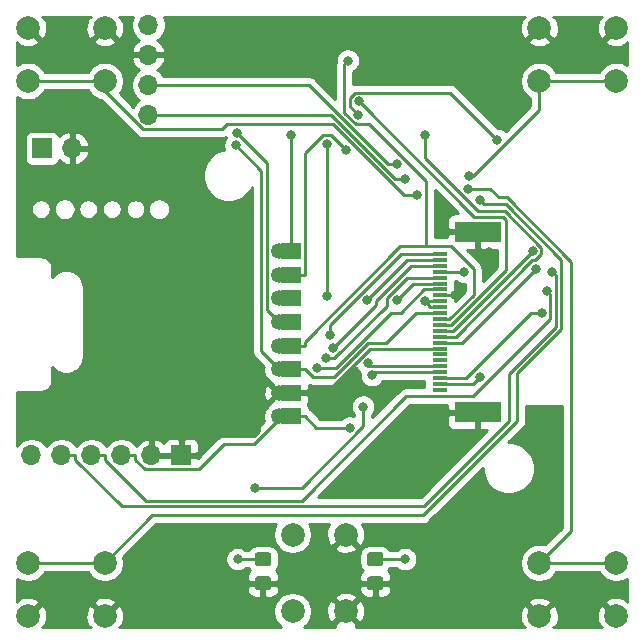
<source format=gbr>
G04 #@! TF.GenerationSoftware,KiCad,Pcbnew,(5.1.5-0-10_14)*
G04 #@! TF.CreationDate,2020-08-16T19:30:06+02:00*
G04 #@! TF.ProjectId,HB-RC-4-Dis-TH,48422d52-432d-4342-9d44-69732d54482e,rev?*
G04 #@! TF.SameCoordinates,Original*
G04 #@! TF.FileFunction,Copper,L1,Top*
G04 #@! TF.FilePolarity,Positive*
%FSLAX46Y46*%
G04 Gerber Fmt 4.6, Leading zero omitted, Abs format (unit mm)*
G04 Created by KiCad (PCBNEW (5.1.5-0-10_14)) date 2020-08-16 19:30:06*
%MOMM*%
%LPD*%
G04 APERTURE LIST*
%ADD10R,1.300000X0.300000*%
%ADD11R,4.000000X1.800000*%
%ADD12O,1.700000X1.700000*%
%ADD13C,2.000000*%
%ADD14R,1.700000X1.700000*%
%ADD15C,1.350000*%
%ADD16R,1.800000X1.350000*%
%ADD17C,0.100000*%
%ADD18C,0.800000*%
%ADD19C,0.250000*%
%ADD20C,0.254000*%
G04 APERTURE END LIST*
D10*
X56450000Y-100750000D03*
X56450000Y-101250000D03*
X56450000Y-101750000D03*
X56450000Y-102250000D03*
X56450000Y-102750000D03*
X56450000Y-103250000D03*
X56450000Y-103750000D03*
X56450000Y-104250000D03*
X56450000Y-104750000D03*
X56450000Y-105250000D03*
X56450000Y-105750000D03*
X56450000Y-106250000D03*
X56450000Y-106750000D03*
X56450000Y-107250000D03*
X56450000Y-107750000D03*
X56450000Y-108250000D03*
X56450000Y-108750000D03*
X56450000Y-109250000D03*
X56450000Y-109750000D03*
X56450000Y-110250000D03*
X56450000Y-110750000D03*
X56450000Y-111250000D03*
X56450000Y-111750000D03*
X56450000Y-112250000D03*
D11*
X59700000Y-98850000D03*
X59700000Y-114150000D03*
D12*
X31800000Y-88970000D03*
X31800000Y-86430000D03*
X31800000Y-83890000D03*
X31800000Y-81350000D03*
D13*
X44000000Y-124500000D03*
X48500000Y-124500000D03*
X44000000Y-131000000D03*
X48500000Y-131000000D03*
X71400000Y-126900000D03*
X71400000Y-131400000D03*
X64900000Y-126900000D03*
X64900000Y-131400000D03*
X28100000Y-126900000D03*
X28100000Y-131400000D03*
X21600000Y-126900000D03*
X21600000Y-131400000D03*
X64900000Y-86100000D03*
X64900000Y-81600000D03*
X71400000Y-86100000D03*
X71400000Y-81600000D03*
X21600000Y-86100000D03*
X21600000Y-81600000D03*
X28100000Y-86100000D03*
X28100000Y-81600000D03*
D12*
X25340000Y-91800000D03*
D14*
X22800000Y-91800000D03*
D12*
X21900000Y-117800000D03*
X24440000Y-117800000D03*
X26980000Y-117800000D03*
X29520000Y-117800000D03*
X32060000Y-117800000D03*
D14*
X34600000Y-117800000D03*
D15*
X42850000Y-100500000D03*
D16*
X43850000Y-100500000D03*
D15*
X42850000Y-114500000D03*
X42850000Y-112500000D03*
X42850000Y-110500000D03*
X42850000Y-108500000D03*
X42850000Y-106500000D03*
X42850000Y-104500000D03*
X42850000Y-102500000D03*
D16*
X43850000Y-114500000D03*
X43850000Y-112500000D03*
X43850000Y-110500000D03*
X43850000Y-108500000D03*
X43850000Y-106500000D03*
X43850000Y-104500000D03*
X43850000Y-102500000D03*
G04 #@! TA.AperFunction,SMDPad,CuDef*
D17*
G36*
X51474505Y-126001204D02*
G01*
X51498773Y-126004804D01*
X51522572Y-126010765D01*
X51545671Y-126019030D01*
X51567850Y-126029520D01*
X51588893Y-126042132D01*
X51608599Y-126056747D01*
X51626777Y-126073223D01*
X51643253Y-126091401D01*
X51657868Y-126111107D01*
X51670480Y-126132150D01*
X51680970Y-126154329D01*
X51689235Y-126177428D01*
X51695196Y-126201227D01*
X51698796Y-126225495D01*
X51700000Y-126249999D01*
X51700000Y-126900001D01*
X51698796Y-126924505D01*
X51695196Y-126948773D01*
X51689235Y-126972572D01*
X51680970Y-126995671D01*
X51670480Y-127017850D01*
X51657868Y-127038893D01*
X51643253Y-127058599D01*
X51626777Y-127076777D01*
X51608599Y-127093253D01*
X51588893Y-127107868D01*
X51567850Y-127120480D01*
X51545671Y-127130970D01*
X51522572Y-127139235D01*
X51498773Y-127145196D01*
X51474505Y-127148796D01*
X51450001Y-127150000D01*
X50549999Y-127150000D01*
X50525495Y-127148796D01*
X50501227Y-127145196D01*
X50477428Y-127139235D01*
X50454329Y-127130970D01*
X50432150Y-127120480D01*
X50411107Y-127107868D01*
X50391401Y-127093253D01*
X50373223Y-127076777D01*
X50356747Y-127058599D01*
X50342132Y-127038893D01*
X50329520Y-127017850D01*
X50319030Y-126995671D01*
X50310765Y-126972572D01*
X50304804Y-126948773D01*
X50301204Y-126924505D01*
X50300000Y-126900001D01*
X50300000Y-126249999D01*
X50301204Y-126225495D01*
X50304804Y-126201227D01*
X50310765Y-126177428D01*
X50319030Y-126154329D01*
X50329520Y-126132150D01*
X50342132Y-126111107D01*
X50356747Y-126091401D01*
X50373223Y-126073223D01*
X50391401Y-126056747D01*
X50411107Y-126042132D01*
X50432150Y-126029520D01*
X50454329Y-126019030D01*
X50477428Y-126010765D01*
X50501227Y-126004804D01*
X50525495Y-126001204D01*
X50549999Y-126000000D01*
X51450001Y-126000000D01*
X51474505Y-126001204D01*
G37*
G04 #@! TD.AperFunction*
G04 #@! TA.AperFunction,SMDPad,CuDef*
G36*
X51474505Y-128051204D02*
G01*
X51498773Y-128054804D01*
X51522572Y-128060765D01*
X51545671Y-128069030D01*
X51567850Y-128079520D01*
X51588893Y-128092132D01*
X51608599Y-128106747D01*
X51626777Y-128123223D01*
X51643253Y-128141401D01*
X51657868Y-128161107D01*
X51670480Y-128182150D01*
X51680970Y-128204329D01*
X51689235Y-128227428D01*
X51695196Y-128251227D01*
X51698796Y-128275495D01*
X51700000Y-128299999D01*
X51700000Y-128950001D01*
X51698796Y-128974505D01*
X51695196Y-128998773D01*
X51689235Y-129022572D01*
X51680970Y-129045671D01*
X51670480Y-129067850D01*
X51657868Y-129088893D01*
X51643253Y-129108599D01*
X51626777Y-129126777D01*
X51608599Y-129143253D01*
X51588893Y-129157868D01*
X51567850Y-129170480D01*
X51545671Y-129180970D01*
X51522572Y-129189235D01*
X51498773Y-129195196D01*
X51474505Y-129198796D01*
X51450001Y-129200000D01*
X50549999Y-129200000D01*
X50525495Y-129198796D01*
X50501227Y-129195196D01*
X50477428Y-129189235D01*
X50454329Y-129180970D01*
X50432150Y-129170480D01*
X50411107Y-129157868D01*
X50391401Y-129143253D01*
X50373223Y-129126777D01*
X50356747Y-129108599D01*
X50342132Y-129088893D01*
X50329520Y-129067850D01*
X50319030Y-129045671D01*
X50310765Y-129022572D01*
X50304804Y-128998773D01*
X50301204Y-128974505D01*
X50300000Y-128950001D01*
X50300000Y-128299999D01*
X50301204Y-128275495D01*
X50304804Y-128251227D01*
X50310765Y-128227428D01*
X50319030Y-128204329D01*
X50329520Y-128182150D01*
X50342132Y-128161107D01*
X50356747Y-128141401D01*
X50373223Y-128123223D01*
X50391401Y-128106747D01*
X50411107Y-128092132D01*
X50432150Y-128079520D01*
X50454329Y-128069030D01*
X50477428Y-128060765D01*
X50501227Y-128054804D01*
X50525495Y-128051204D01*
X50549999Y-128050000D01*
X51450001Y-128050000D01*
X51474505Y-128051204D01*
G37*
G04 #@! TD.AperFunction*
G04 #@! TA.AperFunction,SMDPad,CuDef*
G36*
X41974505Y-126001204D02*
G01*
X41998773Y-126004804D01*
X42022572Y-126010765D01*
X42045671Y-126019030D01*
X42067850Y-126029520D01*
X42088893Y-126042132D01*
X42108599Y-126056747D01*
X42126777Y-126073223D01*
X42143253Y-126091401D01*
X42157868Y-126111107D01*
X42170480Y-126132150D01*
X42180970Y-126154329D01*
X42189235Y-126177428D01*
X42195196Y-126201227D01*
X42198796Y-126225495D01*
X42200000Y-126249999D01*
X42200000Y-126900001D01*
X42198796Y-126924505D01*
X42195196Y-126948773D01*
X42189235Y-126972572D01*
X42180970Y-126995671D01*
X42170480Y-127017850D01*
X42157868Y-127038893D01*
X42143253Y-127058599D01*
X42126777Y-127076777D01*
X42108599Y-127093253D01*
X42088893Y-127107868D01*
X42067850Y-127120480D01*
X42045671Y-127130970D01*
X42022572Y-127139235D01*
X41998773Y-127145196D01*
X41974505Y-127148796D01*
X41950001Y-127150000D01*
X41049999Y-127150000D01*
X41025495Y-127148796D01*
X41001227Y-127145196D01*
X40977428Y-127139235D01*
X40954329Y-127130970D01*
X40932150Y-127120480D01*
X40911107Y-127107868D01*
X40891401Y-127093253D01*
X40873223Y-127076777D01*
X40856747Y-127058599D01*
X40842132Y-127038893D01*
X40829520Y-127017850D01*
X40819030Y-126995671D01*
X40810765Y-126972572D01*
X40804804Y-126948773D01*
X40801204Y-126924505D01*
X40800000Y-126900001D01*
X40800000Y-126249999D01*
X40801204Y-126225495D01*
X40804804Y-126201227D01*
X40810765Y-126177428D01*
X40819030Y-126154329D01*
X40829520Y-126132150D01*
X40842132Y-126111107D01*
X40856747Y-126091401D01*
X40873223Y-126073223D01*
X40891401Y-126056747D01*
X40911107Y-126042132D01*
X40932150Y-126029520D01*
X40954329Y-126019030D01*
X40977428Y-126010765D01*
X41001227Y-126004804D01*
X41025495Y-126001204D01*
X41049999Y-126000000D01*
X41950001Y-126000000D01*
X41974505Y-126001204D01*
G37*
G04 #@! TD.AperFunction*
G04 #@! TA.AperFunction,SMDPad,CuDef*
G36*
X41974505Y-128051204D02*
G01*
X41998773Y-128054804D01*
X42022572Y-128060765D01*
X42045671Y-128069030D01*
X42067850Y-128079520D01*
X42088893Y-128092132D01*
X42108599Y-128106747D01*
X42126777Y-128123223D01*
X42143253Y-128141401D01*
X42157868Y-128161107D01*
X42170480Y-128182150D01*
X42180970Y-128204329D01*
X42189235Y-128227428D01*
X42195196Y-128251227D01*
X42198796Y-128275495D01*
X42200000Y-128299999D01*
X42200000Y-128950001D01*
X42198796Y-128974505D01*
X42195196Y-128998773D01*
X42189235Y-129022572D01*
X42180970Y-129045671D01*
X42170480Y-129067850D01*
X42157868Y-129088893D01*
X42143253Y-129108599D01*
X42126777Y-129126777D01*
X42108599Y-129143253D01*
X42088893Y-129157868D01*
X42067850Y-129170480D01*
X42045671Y-129180970D01*
X42022572Y-129189235D01*
X41998773Y-129195196D01*
X41974505Y-129198796D01*
X41950001Y-129200000D01*
X41049999Y-129200000D01*
X41025495Y-129198796D01*
X41001227Y-129195196D01*
X40977428Y-129189235D01*
X40954329Y-129180970D01*
X40932150Y-129170480D01*
X40911107Y-129157868D01*
X40891401Y-129143253D01*
X40873223Y-129126777D01*
X40856747Y-129108599D01*
X40842132Y-129088893D01*
X40829520Y-129067850D01*
X40819030Y-129045671D01*
X40810765Y-129022572D01*
X40804804Y-128998773D01*
X40801204Y-128974505D01*
X40800000Y-128950001D01*
X40800000Y-128299999D01*
X40801204Y-128275495D01*
X40804804Y-128251227D01*
X40810765Y-128227428D01*
X40819030Y-128204329D01*
X40829520Y-128182150D01*
X40842132Y-128161107D01*
X40856747Y-128141401D01*
X40873223Y-128123223D01*
X40891401Y-128106747D01*
X40911107Y-128092132D01*
X40932150Y-128079520D01*
X40954329Y-128069030D01*
X40977428Y-128060765D01*
X41001227Y-128054804D01*
X41025495Y-128051204D01*
X41049999Y-128050000D01*
X41950001Y-128050000D01*
X41974505Y-128051204D01*
G37*
G04 #@! TD.AperFunction*
D18*
X27000000Y-103000000D03*
X30000000Y-103000000D03*
X33000000Y-103000000D03*
X36000000Y-103000000D03*
X36000000Y-106000000D03*
X36000000Y-109000000D03*
X36000000Y-112000000D03*
X33000000Y-112000000D03*
X30000000Y-112000000D03*
X27000000Y-112000000D03*
X27000000Y-109000000D03*
X30000000Y-109000000D03*
X33000000Y-109000000D03*
X33000000Y-106000000D03*
X30000000Y-106000000D03*
X27000000Y-106000000D03*
X39000000Y-103000000D03*
X39000000Y-106000000D03*
X39000000Y-109000000D03*
X39000000Y-112000000D03*
X57720000Y-104250000D03*
X55425000Y-82875000D03*
X39800000Y-83400000D03*
X46400000Y-113500000D03*
X54800000Y-131000000D03*
X50900000Y-118600000D03*
X60628400Y-100571600D03*
X68385900Y-83714100D03*
X67935400Y-129664600D03*
X24700000Y-129600000D03*
X33200000Y-129400000D03*
X39357300Y-126575000D03*
X53543200Y-126575000D03*
X43838000Y-90703000D03*
X48491700Y-91910900D03*
X39323900Y-90532500D03*
X48686500Y-84369300D03*
X39173900Y-91532900D03*
X48840600Y-115441200D03*
X55186900Y-104750000D03*
X65546200Y-103838500D03*
X65996500Y-102242300D03*
X53559500Y-94413200D03*
X52835100Y-93132400D03*
X64609400Y-102000600D03*
X55256100Y-90711000D03*
X64325300Y-100495900D03*
X49606100Y-87814900D03*
X40851400Y-120527600D03*
X49987600Y-113661600D03*
X46949300Y-104307900D03*
X46882700Y-91445500D03*
X61334200Y-91080800D03*
X49574600Y-88971600D03*
X54573400Y-95785500D03*
X58961000Y-94137400D03*
X59903100Y-96203900D03*
X58853600Y-95201700D03*
X46053100Y-110379600D03*
X52831800Y-104643200D03*
X46860300Y-109588700D03*
X47387300Y-108700900D03*
X47147500Y-107578700D03*
X50712500Y-111007100D03*
X50353700Y-110006700D03*
X58555900Y-102274400D03*
X50318900Y-104645400D03*
X59836300Y-111184200D03*
X65095900Y-105739600D03*
D19*
X43850000Y-112500000D02*
X46834400Y-112500000D01*
X46834400Y-112500000D02*
X50584400Y-108750000D01*
X50584400Y-108750000D02*
X56450000Y-108750000D01*
X57425300Y-104250000D02*
X57720000Y-104250000D01*
X56450000Y-104250000D02*
X57425300Y-104250000D01*
X41500000Y-128625000D02*
X30875000Y-128625000D01*
X30875000Y-128625000D02*
X28100000Y-131400000D01*
X42850000Y-112500000D02*
X41125400Y-114224600D01*
X41125400Y-114224600D02*
X41125400Y-115747100D01*
X41125400Y-115747100D02*
X40698100Y-116174400D01*
X40698100Y-116174400D02*
X37400900Y-116174400D01*
X37400900Y-116174400D02*
X35775300Y-117800000D01*
X42850000Y-112500000D02*
X43850000Y-112500000D01*
X34600000Y-117800000D02*
X35775300Y-117800000D01*
X32060000Y-117800000D02*
X34600000Y-117800000D01*
X51000000Y-128625000D02*
X62125000Y-128625000D01*
X62125000Y-128625000D02*
X64900000Y-131400000D01*
X50875000Y-128625000D02*
X51000000Y-128625000D01*
X31800000Y-83890000D02*
X30624700Y-83890000D01*
X28100000Y-81600000D02*
X28334700Y-81600000D01*
X28334700Y-81600000D02*
X30624700Y-83890000D01*
X41500000Y-128625000D02*
X46125000Y-128625000D01*
X46125000Y-128625000D02*
X48500000Y-131000000D01*
X41500000Y-126575000D02*
X39357300Y-126575000D01*
X51000000Y-126575000D02*
X53543200Y-126575000D01*
X43838000Y-90703000D02*
X43838000Y-99487700D01*
X43838000Y-99487700D02*
X43850000Y-99499700D01*
X43850000Y-100500000D02*
X43850000Y-99499700D01*
X43850000Y-100500000D02*
X42850000Y-100500000D01*
X45075300Y-102500000D02*
X45075300Y-92173400D01*
X45075300Y-92173400D02*
X46555600Y-90693100D01*
X46555600Y-90693100D02*
X47273900Y-90693100D01*
X47273900Y-90693100D02*
X48491700Y-91910900D01*
X43850000Y-102500000D02*
X45075300Y-102500000D01*
X42850000Y-102500000D02*
X43850000Y-102500000D01*
X42850000Y-106500000D02*
X41798400Y-105448400D01*
X41798400Y-105448400D02*
X41798400Y-93007000D01*
X41798400Y-93007000D02*
X39323900Y-90532500D01*
X43850000Y-106500000D02*
X42850000Y-106500000D01*
X55307300Y-100098100D02*
X55307300Y-94578800D01*
X55307300Y-94578800D02*
X50504400Y-89775900D01*
X50504400Y-89775900D02*
X49353000Y-89775900D01*
X49353000Y-89775900D02*
X48391000Y-88813900D01*
X48391000Y-88813900D02*
X48391000Y-84664800D01*
X48391000Y-84664800D02*
X48686500Y-84369300D01*
X55307300Y-100098100D02*
X53135800Y-100098100D01*
X53135800Y-100098100D02*
X45075300Y-108158600D01*
X45075300Y-108158600D02*
X45075300Y-108500000D01*
X55307300Y-100098100D02*
X57405400Y-100098100D01*
X57405400Y-100098100D02*
X59332000Y-102024700D01*
X59332000Y-102024700D02*
X59332000Y-104206400D01*
X59332000Y-104206400D02*
X57288400Y-106250000D01*
X57288400Y-106250000D02*
X56450000Y-106250000D01*
X43850000Y-108500000D02*
X45075300Y-108500000D01*
X42850000Y-108500000D02*
X43850000Y-108500000D01*
X45075300Y-110500000D02*
X45735600Y-111160300D01*
X45735600Y-111160300D02*
X47537200Y-111160300D01*
X47537200Y-111160300D02*
X50397900Y-108299600D01*
X50397900Y-108299600D02*
X51931400Y-108299600D01*
X51931400Y-108299600D02*
X54481000Y-105750000D01*
X54481000Y-105750000D02*
X56450000Y-105750000D01*
X43850000Y-110500000D02*
X45075300Y-110500000D01*
X42850000Y-110500000D02*
X43850000Y-110500000D01*
X42850000Y-110500000D02*
X41348000Y-108998000D01*
X41348000Y-108998000D02*
X41348000Y-93707000D01*
X41348000Y-93707000D02*
X39173900Y-91532900D01*
X45075300Y-114500000D02*
X46016500Y-115441200D01*
X46016500Y-115441200D02*
X48840600Y-115441200D01*
X43850000Y-114500000D02*
X45075300Y-114500000D01*
X55474700Y-104750000D02*
X55186900Y-104750000D01*
X42850000Y-114500000D02*
X42850000Y-114750000D01*
X42850000Y-114750000D02*
X40750200Y-116849800D01*
X40750200Y-116849800D02*
X38184100Y-116849800D01*
X38184100Y-116849800D02*
X36058600Y-118975300D01*
X36058600Y-118975300D02*
X31503200Y-118975300D01*
X31503200Y-118975300D02*
X30695300Y-118167400D01*
X30695300Y-118167400D02*
X30695300Y-117800000D01*
X42850000Y-114500000D02*
X43850000Y-114500000D01*
X29520000Y-117800000D02*
X30695300Y-117800000D01*
X55962400Y-105250000D02*
X55618200Y-105250000D01*
X55618200Y-105250000D02*
X55474700Y-105106500D01*
X55474700Y-105106500D02*
X55474700Y-104750000D01*
X56450000Y-104750000D02*
X55474700Y-104750000D01*
X56450000Y-105250000D02*
X55962400Y-105250000D01*
X65546200Y-103838500D02*
X65821300Y-104113600D01*
X65821300Y-104113600D02*
X65821300Y-106265300D01*
X65821300Y-106265300D02*
X59311600Y-112775000D01*
X59311600Y-112775000D02*
X53629000Y-112775000D01*
X53629000Y-112775000D02*
X44783600Y-121620400D01*
X44783600Y-121620400D02*
X31608400Y-121620400D01*
X31608400Y-121620400D02*
X28155300Y-118167300D01*
X28155300Y-118167300D02*
X28155300Y-117800000D01*
X26980000Y-117800000D02*
X28155300Y-117800000D01*
X65996500Y-102242300D02*
X66271600Y-102517400D01*
X66271600Y-102517400D02*
X66271600Y-106947900D01*
X66271600Y-106947900D02*
X62344000Y-110875500D01*
X62344000Y-110875500D02*
X62344000Y-114895700D01*
X62344000Y-114895700D02*
X55158300Y-122081400D01*
X55158300Y-122081400D02*
X29529400Y-122081400D01*
X29529400Y-122081400D02*
X25615300Y-118167300D01*
X25615300Y-118167300D02*
X25615300Y-117800000D01*
X24440000Y-117800000D02*
X25615300Y-117800000D01*
X31800000Y-88970000D02*
X32975300Y-88970000D01*
X53559500Y-94413200D02*
X52716500Y-94413200D01*
X52716500Y-94413200D02*
X47273300Y-88970000D01*
X47273300Y-88970000D02*
X32975300Y-88970000D01*
X52835100Y-93132400D02*
X52072600Y-93132400D01*
X52072600Y-93132400D02*
X45370200Y-86430000D01*
X45370200Y-86430000D02*
X31800000Y-86430000D01*
X56450000Y-108250000D02*
X58360000Y-108250000D01*
X58360000Y-108250000D02*
X64609400Y-102000600D01*
X56450000Y-107750000D02*
X57834300Y-107750000D01*
X57834300Y-107750000D02*
X64309000Y-101275300D01*
X64309000Y-101275300D02*
X64571700Y-101275300D01*
X64571700Y-101275300D02*
X65074100Y-100772900D01*
X65074100Y-100772900D02*
X65074100Y-100218800D01*
X65074100Y-100218800D02*
X61962700Y-97107400D01*
X61962700Y-97107400D02*
X59733300Y-97107400D01*
X59733300Y-97107400D02*
X55256100Y-92630200D01*
X55256100Y-92630200D02*
X55256100Y-90711000D01*
X56450000Y-107250000D02*
X57571200Y-107250000D01*
X57571200Y-107250000D02*
X64325300Y-100495900D01*
X49606100Y-87814900D02*
X59403400Y-97612200D01*
X59403400Y-97612200D02*
X61830600Y-97612200D01*
X61830600Y-97612200D02*
X62048700Y-97830300D01*
X62048700Y-97830300D02*
X62048700Y-102135600D01*
X62048700Y-102135600D02*
X57434300Y-106750000D01*
X57434300Y-106750000D02*
X56450000Y-106750000D01*
X46882700Y-91445500D02*
X46882700Y-104241300D01*
X46882700Y-104241300D02*
X46949300Y-104307900D01*
X40851400Y-120527600D02*
X44783000Y-120527600D01*
X44783000Y-120527600D02*
X49987600Y-115323000D01*
X49987600Y-115323000D02*
X49987600Y-113661600D01*
X61334200Y-91080800D02*
X57341200Y-87087800D01*
X57341200Y-87087800D02*
X49292200Y-87087800D01*
X49292200Y-87087800D02*
X48860600Y-87519400D01*
X48860600Y-87519400D02*
X48860600Y-88257600D01*
X48860600Y-88257600D02*
X49574600Y-88971600D01*
X54573400Y-95785500D02*
X53451900Y-95785500D01*
X53451900Y-95785500D02*
X47439000Y-89772600D01*
X47439000Y-89772600D02*
X38420900Y-89772600D01*
X38420900Y-89772600D02*
X37995800Y-90197700D01*
X37995800Y-90197700D02*
X31333200Y-90197700D01*
X31333200Y-90197700D02*
X28100000Y-86964500D01*
X28100000Y-86964500D02*
X28100000Y-86100000D01*
X28100000Y-86100000D02*
X21600000Y-86100000D01*
X64900000Y-86100000D02*
X71400000Y-86100000D01*
X64900000Y-86100000D02*
X64900000Y-88540800D01*
X64900000Y-88540800D02*
X59303400Y-94137400D01*
X59303400Y-94137400D02*
X58961000Y-94137400D01*
X59903100Y-96203900D02*
X60246600Y-96547400D01*
X60246600Y-96547400D02*
X62050500Y-96547400D01*
X62050500Y-96547400D02*
X66722000Y-101218900D01*
X66722000Y-101218900D02*
X66722000Y-107134400D01*
X66722000Y-107134400D02*
X63024700Y-110831700D01*
X63024700Y-110831700D02*
X63024700Y-114882000D01*
X63024700Y-114882000D02*
X55025200Y-122881500D01*
X55025200Y-122881500D02*
X32118500Y-122881500D01*
X32118500Y-122881500D02*
X28100000Y-126900000D01*
X28100000Y-126900000D02*
X21600000Y-126900000D01*
X58853600Y-95201700D02*
X60704800Y-95201700D01*
X60704800Y-95201700D02*
X61445900Y-95942800D01*
X61445900Y-95942800D02*
X62127800Y-95942800D01*
X62127800Y-95942800D02*
X67575400Y-101390400D01*
X67575400Y-101390400D02*
X67575400Y-124224600D01*
X67575400Y-124224600D02*
X64900000Y-126900000D01*
X71400000Y-126900000D02*
X64925000Y-126900000D01*
X56450000Y-103750000D02*
X55144600Y-103750000D01*
X55144600Y-103750000D02*
X53144600Y-105750000D01*
X53144600Y-105750000D02*
X52310600Y-105750000D01*
X52310600Y-105750000D02*
X47681000Y-110379600D01*
X47681000Y-110379600D02*
X46053100Y-110379600D01*
X56450000Y-103250000D02*
X54225000Y-103250000D01*
X54225000Y-103250000D02*
X52831800Y-104643200D01*
X56450000Y-102750000D02*
X53699200Y-102750000D01*
X53699200Y-102750000D02*
X51959900Y-104489300D01*
X51959900Y-104489300D02*
X51959900Y-105171600D01*
X51959900Y-105171600D02*
X47542800Y-109588700D01*
X47542800Y-109588700D02*
X46860300Y-109588700D01*
X56450000Y-101750000D02*
X54031300Y-101750000D01*
X54031300Y-101750000D02*
X51044300Y-104737000D01*
X51044300Y-104737000D02*
X51044300Y-105043900D01*
X51044300Y-105043900D02*
X47387300Y-108700900D01*
X56450000Y-100750000D02*
X53188500Y-100750000D01*
X53188500Y-100750000D02*
X47147500Y-106791000D01*
X47147500Y-106791000D02*
X47147500Y-107578700D01*
X56450000Y-110750000D02*
X50969600Y-110750000D01*
X50969600Y-110750000D02*
X50712500Y-111007100D01*
X56450000Y-110250000D02*
X50597000Y-110250000D01*
X50597000Y-110250000D02*
X50353700Y-110006700D01*
X56450000Y-102250000D02*
X57425300Y-102250000D01*
X58555900Y-102274400D02*
X57449700Y-102274400D01*
X57449700Y-102274400D02*
X57425300Y-102250000D01*
X50318900Y-104645400D02*
X53714300Y-101250000D01*
X53714300Y-101250000D02*
X56450000Y-101250000D01*
X56450000Y-111750000D02*
X59270500Y-111750000D01*
X59270500Y-111750000D02*
X59836300Y-111184200D01*
X56450000Y-111250000D02*
X58701700Y-111250000D01*
X58701700Y-111250000D02*
X64212100Y-105739600D01*
X64212100Y-105739600D02*
X65095900Y-105739600D01*
X43850000Y-104500000D02*
X42850000Y-104500000D01*
D20*
G36*
X66815401Y-123909797D02*
G01*
X65391376Y-125333823D01*
X65376912Y-125327832D01*
X65061033Y-125265000D01*
X64738967Y-125265000D01*
X64423088Y-125327832D01*
X64125537Y-125451082D01*
X63857748Y-125630013D01*
X63630013Y-125857748D01*
X63451082Y-126125537D01*
X63327832Y-126423088D01*
X63265000Y-126738967D01*
X63265000Y-127061033D01*
X63327832Y-127376912D01*
X63451082Y-127674463D01*
X63630013Y-127942252D01*
X63857748Y-128169987D01*
X64125537Y-128348918D01*
X64423088Y-128472168D01*
X64738967Y-128535000D01*
X65061033Y-128535000D01*
X65376912Y-128472168D01*
X65674463Y-128348918D01*
X65942252Y-128169987D01*
X66169987Y-127942252D01*
X66348918Y-127674463D01*
X66354909Y-127660000D01*
X69945091Y-127660000D01*
X69951082Y-127674463D01*
X70130013Y-127942252D01*
X70357748Y-128169987D01*
X70625537Y-128348918D01*
X70923088Y-128472168D01*
X71238967Y-128535000D01*
X71561033Y-128535000D01*
X71876912Y-128472168D01*
X72174463Y-128348918D01*
X72340000Y-128238309D01*
X72340000Y-130220942D01*
X72260044Y-130000186D01*
X71970429Y-129859296D01*
X71658892Y-129777616D01*
X71337405Y-129758282D01*
X71018325Y-129802039D01*
X70713912Y-129907205D01*
X70539956Y-130000186D01*
X70444192Y-130264587D01*
X71400000Y-131220395D01*
X71414143Y-131206253D01*
X71593748Y-131385858D01*
X71579605Y-131400000D01*
X71593748Y-131414143D01*
X71414143Y-131593748D01*
X71400000Y-131579605D01*
X71385858Y-131593748D01*
X71206253Y-131414143D01*
X71220395Y-131400000D01*
X70264587Y-130444192D01*
X70000186Y-130539956D01*
X69859296Y-130829571D01*
X69777616Y-131141108D01*
X69758282Y-131462595D01*
X69802039Y-131781675D01*
X69907205Y-132086088D01*
X70000186Y-132260044D01*
X70220942Y-132340000D01*
X66079058Y-132340000D01*
X66299814Y-132260044D01*
X66440704Y-131970429D01*
X66522384Y-131658892D01*
X66541718Y-131337405D01*
X66497961Y-131018325D01*
X66392795Y-130713912D01*
X66299814Y-130539956D01*
X66035413Y-130444192D01*
X65079605Y-131400000D01*
X65093748Y-131414143D01*
X64914143Y-131593748D01*
X64900000Y-131579605D01*
X64885858Y-131593748D01*
X64706253Y-131414143D01*
X64720395Y-131400000D01*
X63764587Y-130444192D01*
X63500186Y-130539956D01*
X63359296Y-130829571D01*
X63277616Y-131141108D01*
X63258282Y-131462595D01*
X63302039Y-131781675D01*
X63407205Y-132086088D01*
X63500186Y-132260044D01*
X63720942Y-132340000D01*
X49381708Y-132340000D01*
X49455808Y-132135413D01*
X48500000Y-131179605D01*
X47544192Y-132135413D01*
X47618292Y-132340000D01*
X44937470Y-132340000D01*
X45042252Y-132269987D01*
X45269987Y-132042252D01*
X45448918Y-131774463D01*
X45572168Y-131476912D01*
X45635000Y-131161033D01*
X45635000Y-131062595D01*
X46858282Y-131062595D01*
X46902039Y-131381675D01*
X47007205Y-131686088D01*
X47100186Y-131860044D01*
X47364587Y-131955808D01*
X48320395Y-131000000D01*
X48679605Y-131000000D01*
X49635413Y-131955808D01*
X49899814Y-131860044D01*
X50040704Y-131570429D01*
X50122384Y-131258892D01*
X50141718Y-130937405D01*
X50097961Y-130618325D01*
X49992795Y-130313912D01*
X49966431Y-130264587D01*
X63944192Y-130264587D01*
X64900000Y-131220395D01*
X65855808Y-130264587D01*
X65760044Y-130000186D01*
X65470429Y-129859296D01*
X65158892Y-129777616D01*
X64837405Y-129758282D01*
X64518325Y-129802039D01*
X64213912Y-129907205D01*
X64039956Y-130000186D01*
X63944192Y-130264587D01*
X49966431Y-130264587D01*
X49899814Y-130139956D01*
X49635413Y-130044192D01*
X48679605Y-131000000D01*
X48320395Y-131000000D01*
X47364587Y-130044192D01*
X47100186Y-130139956D01*
X46959296Y-130429571D01*
X46877616Y-130741108D01*
X46858282Y-131062595D01*
X45635000Y-131062595D01*
X45635000Y-130838967D01*
X45572168Y-130523088D01*
X45448918Y-130225537D01*
X45269987Y-129957748D01*
X45176826Y-129864587D01*
X47544192Y-129864587D01*
X48500000Y-130820395D01*
X49455808Y-129864587D01*
X49360044Y-129600186D01*
X49070429Y-129459296D01*
X48758892Y-129377616D01*
X48437405Y-129358282D01*
X48118325Y-129402039D01*
X47813912Y-129507205D01*
X47639956Y-129600186D01*
X47544192Y-129864587D01*
X45176826Y-129864587D01*
X45042252Y-129730013D01*
X44774463Y-129551082D01*
X44476912Y-129427832D01*
X44161033Y-129365000D01*
X43838967Y-129365000D01*
X43523088Y-129427832D01*
X43225537Y-129551082D01*
X42957748Y-129730013D01*
X42730013Y-129957748D01*
X42551082Y-130225537D01*
X42427832Y-130523088D01*
X42365000Y-130838967D01*
X42365000Y-131161033D01*
X42427832Y-131476912D01*
X42551082Y-131774463D01*
X42730013Y-132042252D01*
X42957748Y-132269987D01*
X43062530Y-132340000D01*
X29279058Y-132340000D01*
X29499814Y-132260044D01*
X29640704Y-131970429D01*
X29722384Y-131658892D01*
X29741718Y-131337405D01*
X29697961Y-131018325D01*
X29592795Y-130713912D01*
X29499814Y-130539956D01*
X29235413Y-130444192D01*
X28279605Y-131400000D01*
X28293748Y-131414143D01*
X28114143Y-131593748D01*
X28100000Y-131579605D01*
X28085858Y-131593748D01*
X27906253Y-131414143D01*
X27920395Y-131400000D01*
X26964587Y-130444192D01*
X26700186Y-130539956D01*
X26559296Y-130829571D01*
X26477616Y-131141108D01*
X26458282Y-131462595D01*
X26502039Y-131781675D01*
X26607205Y-132086088D01*
X26700186Y-132260044D01*
X26920942Y-132340000D01*
X22779058Y-132340000D01*
X22999814Y-132260044D01*
X23140704Y-131970429D01*
X23222384Y-131658892D01*
X23241718Y-131337405D01*
X23197961Y-131018325D01*
X23092795Y-130713912D01*
X22999814Y-130539956D01*
X22735413Y-130444192D01*
X21779605Y-131400000D01*
X21793748Y-131414143D01*
X21614143Y-131593748D01*
X21600000Y-131579605D01*
X21585858Y-131593748D01*
X21406253Y-131414143D01*
X21420395Y-131400000D01*
X21406253Y-131385858D01*
X21585858Y-131206253D01*
X21600000Y-131220395D01*
X22555808Y-130264587D01*
X27144192Y-130264587D01*
X28100000Y-131220395D01*
X29055808Y-130264587D01*
X28960044Y-130000186D01*
X28670429Y-129859296D01*
X28358892Y-129777616D01*
X28037405Y-129758282D01*
X27718325Y-129802039D01*
X27413912Y-129907205D01*
X27239956Y-130000186D01*
X27144192Y-130264587D01*
X22555808Y-130264587D01*
X22460044Y-130000186D01*
X22170429Y-129859296D01*
X21858892Y-129777616D01*
X21537405Y-129758282D01*
X21218325Y-129802039D01*
X20913912Y-129907205D01*
X20739956Y-130000186D01*
X20660000Y-130220942D01*
X20660000Y-129200000D01*
X40161928Y-129200000D01*
X40174188Y-129324482D01*
X40210498Y-129444180D01*
X40269463Y-129554494D01*
X40348815Y-129651185D01*
X40445506Y-129730537D01*
X40555820Y-129789502D01*
X40675518Y-129825812D01*
X40800000Y-129838072D01*
X41214250Y-129835000D01*
X41373000Y-129676250D01*
X41373000Y-128752000D01*
X41627000Y-128752000D01*
X41627000Y-129676250D01*
X41785750Y-129835000D01*
X42200000Y-129838072D01*
X42324482Y-129825812D01*
X42444180Y-129789502D01*
X42554494Y-129730537D01*
X42651185Y-129651185D01*
X42730537Y-129554494D01*
X42789502Y-129444180D01*
X42825812Y-129324482D01*
X42838072Y-129200000D01*
X49661928Y-129200000D01*
X49674188Y-129324482D01*
X49710498Y-129444180D01*
X49769463Y-129554494D01*
X49848815Y-129651185D01*
X49945506Y-129730537D01*
X50055820Y-129789502D01*
X50175518Y-129825812D01*
X50300000Y-129838072D01*
X50714250Y-129835000D01*
X50873000Y-129676250D01*
X50873000Y-128752000D01*
X51127000Y-128752000D01*
X51127000Y-129676250D01*
X51285750Y-129835000D01*
X51700000Y-129838072D01*
X51824482Y-129825812D01*
X51944180Y-129789502D01*
X52054494Y-129730537D01*
X52151185Y-129651185D01*
X52230537Y-129554494D01*
X52289502Y-129444180D01*
X52325812Y-129324482D01*
X52338072Y-129200000D01*
X52335000Y-128910750D01*
X52176250Y-128752000D01*
X51127000Y-128752000D01*
X50873000Y-128752000D01*
X49823750Y-128752000D01*
X49665000Y-128910750D01*
X49661928Y-129200000D01*
X42838072Y-129200000D01*
X42835000Y-128910750D01*
X42676250Y-128752000D01*
X41627000Y-128752000D01*
X41373000Y-128752000D01*
X40323750Y-128752000D01*
X40165000Y-128910750D01*
X40161928Y-129200000D01*
X20660000Y-129200000D01*
X20660000Y-128238310D01*
X20825537Y-128348918D01*
X21123088Y-128472168D01*
X21438967Y-128535000D01*
X21761033Y-128535000D01*
X22076912Y-128472168D01*
X22374463Y-128348918D01*
X22642252Y-128169987D01*
X22869987Y-127942252D01*
X23048918Y-127674463D01*
X23054909Y-127660000D01*
X26645091Y-127660000D01*
X26651082Y-127674463D01*
X26830013Y-127942252D01*
X27057748Y-128169987D01*
X27325537Y-128348918D01*
X27623088Y-128472168D01*
X27938967Y-128535000D01*
X28261033Y-128535000D01*
X28576912Y-128472168D01*
X28874463Y-128348918D01*
X29142252Y-128169987D01*
X29369987Y-127942252D01*
X29548918Y-127674463D01*
X29672168Y-127376912D01*
X29735000Y-127061033D01*
X29735000Y-126738967D01*
X29682109Y-126473061D01*
X38322300Y-126473061D01*
X38322300Y-126676939D01*
X38362074Y-126876898D01*
X38440095Y-127065256D01*
X38553363Y-127234774D01*
X38697526Y-127378937D01*
X38867044Y-127492205D01*
X39055402Y-127570226D01*
X39255361Y-127610000D01*
X39459239Y-127610000D01*
X39659198Y-127570226D01*
X39847556Y-127492205D01*
X40017074Y-127378937D01*
X40061011Y-127335000D01*
X40280386Y-127335000D01*
X40311595Y-127393387D01*
X40422038Y-127527962D01*
X40428594Y-127533342D01*
X40348815Y-127598815D01*
X40269463Y-127695506D01*
X40210498Y-127805820D01*
X40174188Y-127925518D01*
X40161928Y-128050000D01*
X40165000Y-128339250D01*
X40323750Y-128498000D01*
X41373000Y-128498000D01*
X41373000Y-128478000D01*
X41627000Y-128478000D01*
X41627000Y-128498000D01*
X42676250Y-128498000D01*
X42835000Y-128339250D01*
X42838072Y-128050000D01*
X42825812Y-127925518D01*
X42789502Y-127805820D01*
X42730537Y-127695506D01*
X42651185Y-127598815D01*
X42571406Y-127533342D01*
X42577962Y-127527962D01*
X42688405Y-127393387D01*
X42770472Y-127239851D01*
X42821008Y-127073255D01*
X42838072Y-126900001D01*
X42838072Y-126249999D01*
X49661928Y-126249999D01*
X49661928Y-126900001D01*
X49678992Y-127073255D01*
X49729528Y-127239851D01*
X49811595Y-127393387D01*
X49922038Y-127527962D01*
X49928594Y-127533342D01*
X49848815Y-127598815D01*
X49769463Y-127695506D01*
X49710498Y-127805820D01*
X49674188Y-127925518D01*
X49661928Y-128050000D01*
X49665000Y-128339250D01*
X49823750Y-128498000D01*
X50873000Y-128498000D01*
X50873000Y-128478000D01*
X51127000Y-128478000D01*
X51127000Y-128498000D01*
X52176250Y-128498000D01*
X52335000Y-128339250D01*
X52338072Y-128050000D01*
X52325812Y-127925518D01*
X52289502Y-127805820D01*
X52230537Y-127695506D01*
X52151185Y-127598815D01*
X52071406Y-127533342D01*
X52077962Y-127527962D01*
X52188405Y-127393387D01*
X52219614Y-127335000D01*
X52839489Y-127335000D01*
X52883426Y-127378937D01*
X53052944Y-127492205D01*
X53241302Y-127570226D01*
X53441261Y-127610000D01*
X53645139Y-127610000D01*
X53845098Y-127570226D01*
X54033456Y-127492205D01*
X54202974Y-127378937D01*
X54347137Y-127234774D01*
X54460405Y-127065256D01*
X54538426Y-126876898D01*
X54578200Y-126676939D01*
X54578200Y-126473061D01*
X54538426Y-126273102D01*
X54460405Y-126084744D01*
X54347137Y-125915226D01*
X54202974Y-125771063D01*
X54033456Y-125657795D01*
X53845098Y-125579774D01*
X53645139Y-125540000D01*
X53441261Y-125540000D01*
X53241302Y-125579774D01*
X53052944Y-125657795D01*
X52883426Y-125771063D01*
X52839489Y-125815000D01*
X52219614Y-125815000D01*
X52188405Y-125756613D01*
X52077962Y-125622038D01*
X51943387Y-125511595D01*
X51789851Y-125429528D01*
X51623255Y-125378992D01*
X51450001Y-125361928D01*
X50549999Y-125361928D01*
X50376745Y-125378992D01*
X50210149Y-125429528D01*
X50056613Y-125511595D01*
X49922038Y-125622038D01*
X49811595Y-125756613D01*
X49729528Y-125910149D01*
X49678992Y-126076745D01*
X49661928Y-126249999D01*
X42838072Y-126249999D01*
X42821008Y-126076745D01*
X42770472Y-125910149D01*
X42688405Y-125756613D01*
X42577962Y-125622038D01*
X42443387Y-125511595D01*
X42289851Y-125429528D01*
X42123255Y-125378992D01*
X41950001Y-125361928D01*
X41049999Y-125361928D01*
X40876745Y-125378992D01*
X40710149Y-125429528D01*
X40556613Y-125511595D01*
X40422038Y-125622038D01*
X40311595Y-125756613D01*
X40280386Y-125815000D01*
X40061011Y-125815000D01*
X40017074Y-125771063D01*
X39847556Y-125657795D01*
X39659198Y-125579774D01*
X39459239Y-125540000D01*
X39255361Y-125540000D01*
X39055402Y-125579774D01*
X38867044Y-125657795D01*
X38697526Y-125771063D01*
X38553363Y-125915226D01*
X38440095Y-126084744D01*
X38362074Y-126273102D01*
X38322300Y-126473061D01*
X29682109Y-126473061D01*
X29672168Y-126423088D01*
X29666177Y-126408624D01*
X32433302Y-123641500D01*
X42607234Y-123641500D01*
X42551082Y-123725537D01*
X42427832Y-124023088D01*
X42365000Y-124338967D01*
X42365000Y-124661033D01*
X42427832Y-124976912D01*
X42551082Y-125274463D01*
X42730013Y-125542252D01*
X42957748Y-125769987D01*
X43225537Y-125948918D01*
X43523088Y-126072168D01*
X43838967Y-126135000D01*
X44161033Y-126135000D01*
X44476912Y-126072168D01*
X44774463Y-125948918D01*
X45042252Y-125769987D01*
X45176826Y-125635413D01*
X47544192Y-125635413D01*
X47639956Y-125899814D01*
X47929571Y-126040704D01*
X48241108Y-126122384D01*
X48562595Y-126141718D01*
X48881675Y-126097961D01*
X49186088Y-125992795D01*
X49360044Y-125899814D01*
X49455808Y-125635413D01*
X48500000Y-124679605D01*
X47544192Y-125635413D01*
X45176826Y-125635413D01*
X45269987Y-125542252D01*
X45448918Y-125274463D01*
X45572168Y-124976912D01*
X45635000Y-124661033D01*
X45635000Y-124338967D01*
X45572168Y-124023088D01*
X45448918Y-123725537D01*
X45392766Y-123641500D01*
X47099435Y-123641500D01*
X46959296Y-123929571D01*
X46877616Y-124241108D01*
X46858282Y-124562595D01*
X46902039Y-124881675D01*
X47007205Y-125186088D01*
X47100186Y-125360044D01*
X47364587Y-125455808D01*
X48320395Y-124500000D01*
X48306253Y-124485858D01*
X48485858Y-124306253D01*
X48500000Y-124320395D01*
X48514143Y-124306253D01*
X48693748Y-124485858D01*
X48679605Y-124500000D01*
X49635413Y-125455808D01*
X49899814Y-125360044D01*
X50040704Y-125070429D01*
X50122384Y-124758892D01*
X50141718Y-124437405D01*
X50097961Y-124118325D01*
X49992795Y-123813912D01*
X49900639Y-123641500D01*
X54987878Y-123641500D01*
X55025200Y-123645176D01*
X55062522Y-123641500D01*
X55062533Y-123641500D01*
X55174186Y-123630503D01*
X55317447Y-123587046D01*
X55449476Y-123516474D01*
X55565201Y-123421501D01*
X55589004Y-123392497D01*
X60095666Y-118885836D01*
X60095666Y-119117108D01*
X60180377Y-119542981D01*
X60346544Y-119944144D01*
X60587782Y-120305181D01*
X60894819Y-120612218D01*
X61255856Y-120853456D01*
X61657019Y-121019623D01*
X62082892Y-121104334D01*
X62517108Y-121104334D01*
X62942981Y-121019623D01*
X63344144Y-120853456D01*
X63705181Y-120612218D01*
X64012218Y-120305181D01*
X64253456Y-119944144D01*
X64419623Y-119542981D01*
X64504334Y-119117108D01*
X64504334Y-118682892D01*
X64419623Y-118257019D01*
X64253456Y-117855856D01*
X64012218Y-117494819D01*
X63705181Y-117187782D01*
X63344144Y-116946544D01*
X62942981Y-116780377D01*
X62517108Y-116695666D01*
X62285837Y-116695666D01*
X63535708Y-115445795D01*
X63564701Y-115422001D01*
X63588495Y-115393008D01*
X63588499Y-115393004D01*
X63659673Y-115306277D01*
X63659674Y-115306276D01*
X63730246Y-115174247D01*
X63773703Y-115030986D01*
X63784700Y-114919333D01*
X63784700Y-114919324D01*
X63788376Y-114882001D01*
X63784700Y-114844678D01*
X63784700Y-113577000D01*
X66815401Y-113577000D01*
X66815401Y-123909797D01*
G37*
X66815401Y-123909797D02*
X65391376Y-125333823D01*
X65376912Y-125327832D01*
X65061033Y-125265000D01*
X64738967Y-125265000D01*
X64423088Y-125327832D01*
X64125537Y-125451082D01*
X63857748Y-125630013D01*
X63630013Y-125857748D01*
X63451082Y-126125537D01*
X63327832Y-126423088D01*
X63265000Y-126738967D01*
X63265000Y-127061033D01*
X63327832Y-127376912D01*
X63451082Y-127674463D01*
X63630013Y-127942252D01*
X63857748Y-128169987D01*
X64125537Y-128348918D01*
X64423088Y-128472168D01*
X64738967Y-128535000D01*
X65061033Y-128535000D01*
X65376912Y-128472168D01*
X65674463Y-128348918D01*
X65942252Y-128169987D01*
X66169987Y-127942252D01*
X66348918Y-127674463D01*
X66354909Y-127660000D01*
X69945091Y-127660000D01*
X69951082Y-127674463D01*
X70130013Y-127942252D01*
X70357748Y-128169987D01*
X70625537Y-128348918D01*
X70923088Y-128472168D01*
X71238967Y-128535000D01*
X71561033Y-128535000D01*
X71876912Y-128472168D01*
X72174463Y-128348918D01*
X72340000Y-128238309D01*
X72340000Y-130220942D01*
X72260044Y-130000186D01*
X71970429Y-129859296D01*
X71658892Y-129777616D01*
X71337405Y-129758282D01*
X71018325Y-129802039D01*
X70713912Y-129907205D01*
X70539956Y-130000186D01*
X70444192Y-130264587D01*
X71400000Y-131220395D01*
X71414143Y-131206253D01*
X71593748Y-131385858D01*
X71579605Y-131400000D01*
X71593748Y-131414143D01*
X71414143Y-131593748D01*
X71400000Y-131579605D01*
X71385858Y-131593748D01*
X71206253Y-131414143D01*
X71220395Y-131400000D01*
X70264587Y-130444192D01*
X70000186Y-130539956D01*
X69859296Y-130829571D01*
X69777616Y-131141108D01*
X69758282Y-131462595D01*
X69802039Y-131781675D01*
X69907205Y-132086088D01*
X70000186Y-132260044D01*
X70220942Y-132340000D01*
X66079058Y-132340000D01*
X66299814Y-132260044D01*
X66440704Y-131970429D01*
X66522384Y-131658892D01*
X66541718Y-131337405D01*
X66497961Y-131018325D01*
X66392795Y-130713912D01*
X66299814Y-130539956D01*
X66035413Y-130444192D01*
X65079605Y-131400000D01*
X65093748Y-131414143D01*
X64914143Y-131593748D01*
X64900000Y-131579605D01*
X64885858Y-131593748D01*
X64706253Y-131414143D01*
X64720395Y-131400000D01*
X63764587Y-130444192D01*
X63500186Y-130539956D01*
X63359296Y-130829571D01*
X63277616Y-131141108D01*
X63258282Y-131462595D01*
X63302039Y-131781675D01*
X63407205Y-132086088D01*
X63500186Y-132260044D01*
X63720942Y-132340000D01*
X49381708Y-132340000D01*
X49455808Y-132135413D01*
X48500000Y-131179605D01*
X47544192Y-132135413D01*
X47618292Y-132340000D01*
X44937470Y-132340000D01*
X45042252Y-132269987D01*
X45269987Y-132042252D01*
X45448918Y-131774463D01*
X45572168Y-131476912D01*
X45635000Y-131161033D01*
X45635000Y-131062595D01*
X46858282Y-131062595D01*
X46902039Y-131381675D01*
X47007205Y-131686088D01*
X47100186Y-131860044D01*
X47364587Y-131955808D01*
X48320395Y-131000000D01*
X48679605Y-131000000D01*
X49635413Y-131955808D01*
X49899814Y-131860044D01*
X50040704Y-131570429D01*
X50122384Y-131258892D01*
X50141718Y-130937405D01*
X50097961Y-130618325D01*
X49992795Y-130313912D01*
X49966431Y-130264587D01*
X63944192Y-130264587D01*
X64900000Y-131220395D01*
X65855808Y-130264587D01*
X65760044Y-130000186D01*
X65470429Y-129859296D01*
X65158892Y-129777616D01*
X64837405Y-129758282D01*
X64518325Y-129802039D01*
X64213912Y-129907205D01*
X64039956Y-130000186D01*
X63944192Y-130264587D01*
X49966431Y-130264587D01*
X49899814Y-130139956D01*
X49635413Y-130044192D01*
X48679605Y-131000000D01*
X48320395Y-131000000D01*
X47364587Y-130044192D01*
X47100186Y-130139956D01*
X46959296Y-130429571D01*
X46877616Y-130741108D01*
X46858282Y-131062595D01*
X45635000Y-131062595D01*
X45635000Y-130838967D01*
X45572168Y-130523088D01*
X45448918Y-130225537D01*
X45269987Y-129957748D01*
X45176826Y-129864587D01*
X47544192Y-129864587D01*
X48500000Y-130820395D01*
X49455808Y-129864587D01*
X49360044Y-129600186D01*
X49070429Y-129459296D01*
X48758892Y-129377616D01*
X48437405Y-129358282D01*
X48118325Y-129402039D01*
X47813912Y-129507205D01*
X47639956Y-129600186D01*
X47544192Y-129864587D01*
X45176826Y-129864587D01*
X45042252Y-129730013D01*
X44774463Y-129551082D01*
X44476912Y-129427832D01*
X44161033Y-129365000D01*
X43838967Y-129365000D01*
X43523088Y-129427832D01*
X43225537Y-129551082D01*
X42957748Y-129730013D01*
X42730013Y-129957748D01*
X42551082Y-130225537D01*
X42427832Y-130523088D01*
X42365000Y-130838967D01*
X42365000Y-131161033D01*
X42427832Y-131476912D01*
X42551082Y-131774463D01*
X42730013Y-132042252D01*
X42957748Y-132269987D01*
X43062530Y-132340000D01*
X29279058Y-132340000D01*
X29499814Y-132260044D01*
X29640704Y-131970429D01*
X29722384Y-131658892D01*
X29741718Y-131337405D01*
X29697961Y-131018325D01*
X29592795Y-130713912D01*
X29499814Y-130539956D01*
X29235413Y-130444192D01*
X28279605Y-131400000D01*
X28293748Y-131414143D01*
X28114143Y-131593748D01*
X28100000Y-131579605D01*
X28085858Y-131593748D01*
X27906253Y-131414143D01*
X27920395Y-131400000D01*
X26964587Y-130444192D01*
X26700186Y-130539956D01*
X26559296Y-130829571D01*
X26477616Y-131141108D01*
X26458282Y-131462595D01*
X26502039Y-131781675D01*
X26607205Y-132086088D01*
X26700186Y-132260044D01*
X26920942Y-132340000D01*
X22779058Y-132340000D01*
X22999814Y-132260044D01*
X23140704Y-131970429D01*
X23222384Y-131658892D01*
X23241718Y-131337405D01*
X23197961Y-131018325D01*
X23092795Y-130713912D01*
X22999814Y-130539956D01*
X22735413Y-130444192D01*
X21779605Y-131400000D01*
X21793748Y-131414143D01*
X21614143Y-131593748D01*
X21600000Y-131579605D01*
X21585858Y-131593748D01*
X21406253Y-131414143D01*
X21420395Y-131400000D01*
X21406253Y-131385858D01*
X21585858Y-131206253D01*
X21600000Y-131220395D01*
X22555808Y-130264587D01*
X27144192Y-130264587D01*
X28100000Y-131220395D01*
X29055808Y-130264587D01*
X28960044Y-130000186D01*
X28670429Y-129859296D01*
X28358892Y-129777616D01*
X28037405Y-129758282D01*
X27718325Y-129802039D01*
X27413912Y-129907205D01*
X27239956Y-130000186D01*
X27144192Y-130264587D01*
X22555808Y-130264587D01*
X22460044Y-130000186D01*
X22170429Y-129859296D01*
X21858892Y-129777616D01*
X21537405Y-129758282D01*
X21218325Y-129802039D01*
X20913912Y-129907205D01*
X20739956Y-130000186D01*
X20660000Y-130220942D01*
X20660000Y-129200000D01*
X40161928Y-129200000D01*
X40174188Y-129324482D01*
X40210498Y-129444180D01*
X40269463Y-129554494D01*
X40348815Y-129651185D01*
X40445506Y-129730537D01*
X40555820Y-129789502D01*
X40675518Y-129825812D01*
X40800000Y-129838072D01*
X41214250Y-129835000D01*
X41373000Y-129676250D01*
X41373000Y-128752000D01*
X41627000Y-128752000D01*
X41627000Y-129676250D01*
X41785750Y-129835000D01*
X42200000Y-129838072D01*
X42324482Y-129825812D01*
X42444180Y-129789502D01*
X42554494Y-129730537D01*
X42651185Y-129651185D01*
X42730537Y-129554494D01*
X42789502Y-129444180D01*
X42825812Y-129324482D01*
X42838072Y-129200000D01*
X49661928Y-129200000D01*
X49674188Y-129324482D01*
X49710498Y-129444180D01*
X49769463Y-129554494D01*
X49848815Y-129651185D01*
X49945506Y-129730537D01*
X50055820Y-129789502D01*
X50175518Y-129825812D01*
X50300000Y-129838072D01*
X50714250Y-129835000D01*
X50873000Y-129676250D01*
X50873000Y-128752000D01*
X51127000Y-128752000D01*
X51127000Y-129676250D01*
X51285750Y-129835000D01*
X51700000Y-129838072D01*
X51824482Y-129825812D01*
X51944180Y-129789502D01*
X52054494Y-129730537D01*
X52151185Y-129651185D01*
X52230537Y-129554494D01*
X52289502Y-129444180D01*
X52325812Y-129324482D01*
X52338072Y-129200000D01*
X52335000Y-128910750D01*
X52176250Y-128752000D01*
X51127000Y-128752000D01*
X50873000Y-128752000D01*
X49823750Y-128752000D01*
X49665000Y-128910750D01*
X49661928Y-129200000D01*
X42838072Y-129200000D01*
X42835000Y-128910750D01*
X42676250Y-128752000D01*
X41627000Y-128752000D01*
X41373000Y-128752000D01*
X40323750Y-128752000D01*
X40165000Y-128910750D01*
X40161928Y-129200000D01*
X20660000Y-129200000D01*
X20660000Y-128238310D01*
X20825537Y-128348918D01*
X21123088Y-128472168D01*
X21438967Y-128535000D01*
X21761033Y-128535000D01*
X22076912Y-128472168D01*
X22374463Y-128348918D01*
X22642252Y-128169987D01*
X22869987Y-127942252D01*
X23048918Y-127674463D01*
X23054909Y-127660000D01*
X26645091Y-127660000D01*
X26651082Y-127674463D01*
X26830013Y-127942252D01*
X27057748Y-128169987D01*
X27325537Y-128348918D01*
X27623088Y-128472168D01*
X27938967Y-128535000D01*
X28261033Y-128535000D01*
X28576912Y-128472168D01*
X28874463Y-128348918D01*
X29142252Y-128169987D01*
X29369987Y-127942252D01*
X29548918Y-127674463D01*
X29672168Y-127376912D01*
X29735000Y-127061033D01*
X29735000Y-126738967D01*
X29682109Y-126473061D01*
X38322300Y-126473061D01*
X38322300Y-126676939D01*
X38362074Y-126876898D01*
X38440095Y-127065256D01*
X38553363Y-127234774D01*
X38697526Y-127378937D01*
X38867044Y-127492205D01*
X39055402Y-127570226D01*
X39255361Y-127610000D01*
X39459239Y-127610000D01*
X39659198Y-127570226D01*
X39847556Y-127492205D01*
X40017074Y-127378937D01*
X40061011Y-127335000D01*
X40280386Y-127335000D01*
X40311595Y-127393387D01*
X40422038Y-127527962D01*
X40428594Y-127533342D01*
X40348815Y-127598815D01*
X40269463Y-127695506D01*
X40210498Y-127805820D01*
X40174188Y-127925518D01*
X40161928Y-128050000D01*
X40165000Y-128339250D01*
X40323750Y-128498000D01*
X41373000Y-128498000D01*
X41373000Y-128478000D01*
X41627000Y-128478000D01*
X41627000Y-128498000D01*
X42676250Y-128498000D01*
X42835000Y-128339250D01*
X42838072Y-128050000D01*
X42825812Y-127925518D01*
X42789502Y-127805820D01*
X42730537Y-127695506D01*
X42651185Y-127598815D01*
X42571406Y-127533342D01*
X42577962Y-127527962D01*
X42688405Y-127393387D01*
X42770472Y-127239851D01*
X42821008Y-127073255D01*
X42838072Y-126900001D01*
X42838072Y-126249999D01*
X49661928Y-126249999D01*
X49661928Y-126900001D01*
X49678992Y-127073255D01*
X49729528Y-127239851D01*
X49811595Y-127393387D01*
X49922038Y-127527962D01*
X49928594Y-127533342D01*
X49848815Y-127598815D01*
X49769463Y-127695506D01*
X49710498Y-127805820D01*
X49674188Y-127925518D01*
X49661928Y-128050000D01*
X49665000Y-128339250D01*
X49823750Y-128498000D01*
X50873000Y-128498000D01*
X50873000Y-128478000D01*
X51127000Y-128478000D01*
X51127000Y-128498000D01*
X52176250Y-128498000D01*
X52335000Y-128339250D01*
X52338072Y-128050000D01*
X52325812Y-127925518D01*
X52289502Y-127805820D01*
X52230537Y-127695506D01*
X52151185Y-127598815D01*
X52071406Y-127533342D01*
X52077962Y-127527962D01*
X52188405Y-127393387D01*
X52219614Y-127335000D01*
X52839489Y-127335000D01*
X52883426Y-127378937D01*
X53052944Y-127492205D01*
X53241302Y-127570226D01*
X53441261Y-127610000D01*
X53645139Y-127610000D01*
X53845098Y-127570226D01*
X54033456Y-127492205D01*
X54202974Y-127378937D01*
X54347137Y-127234774D01*
X54460405Y-127065256D01*
X54538426Y-126876898D01*
X54578200Y-126676939D01*
X54578200Y-126473061D01*
X54538426Y-126273102D01*
X54460405Y-126084744D01*
X54347137Y-125915226D01*
X54202974Y-125771063D01*
X54033456Y-125657795D01*
X53845098Y-125579774D01*
X53645139Y-125540000D01*
X53441261Y-125540000D01*
X53241302Y-125579774D01*
X53052944Y-125657795D01*
X52883426Y-125771063D01*
X52839489Y-125815000D01*
X52219614Y-125815000D01*
X52188405Y-125756613D01*
X52077962Y-125622038D01*
X51943387Y-125511595D01*
X51789851Y-125429528D01*
X51623255Y-125378992D01*
X51450001Y-125361928D01*
X50549999Y-125361928D01*
X50376745Y-125378992D01*
X50210149Y-125429528D01*
X50056613Y-125511595D01*
X49922038Y-125622038D01*
X49811595Y-125756613D01*
X49729528Y-125910149D01*
X49678992Y-126076745D01*
X49661928Y-126249999D01*
X42838072Y-126249999D01*
X42821008Y-126076745D01*
X42770472Y-125910149D01*
X42688405Y-125756613D01*
X42577962Y-125622038D01*
X42443387Y-125511595D01*
X42289851Y-125429528D01*
X42123255Y-125378992D01*
X41950001Y-125361928D01*
X41049999Y-125361928D01*
X40876745Y-125378992D01*
X40710149Y-125429528D01*
X40556613Y-125511595D01*
X40422038Y-125622038D01*
X40311595Y-125756613D01*
X40280386Y-125815000D01*
X40061011Y-125815000D01*
X40017074Y-125771063D01*
X39847556Y-125657795D01*
X39659198Y-125579774D01*
X39459239Y-125540000D01*
X39255361Y-125540000D01*
X39055402Y-125579774D01*
X38867044Y-125657795D01*
X38697526Y-125771063D01*
X38553363Y-125915226D01*
X38440095Y-126084744D01*
X38362074Y-126273102D01*
X38322300Y-126473061D01*
X29682109Y-126473061D01*
X29672168Y-126423088D01*
X29666177Y-126408624D01*
X32433302Y-123641500D01*
X42607234Y-123641500D01*
X42551082Y-123725537D01*
X42427832Y-124023088D01*
X42365000Y-124338967D01*
X42365000Y-124661033D01*
X42427832Y-124976912D01*
X42551082Y-125274463D01*
X42730013Y-125542252D01*
X42957748Y-125769987D01*
X43225537Y-125948918D01*
X43523088Y-126072168D01*
X43838967Y-126135000D01*
X44161033Y-126135000D01*
X44476912Y-126072168D01*
X44774463Y-125948918D01*
X45042252Y-125769987D01*
X45176826Y-125635413D01*
X47544192Y-125635413D01*
X47639956Y-125899814D01*
X47929571Y-126040704D01*
X48241108Y-126122384D01*
X48562595Y-126141718D01*
X48881675Y-126097961D01*
X49186088Y-125992795D01*
X49360044Y-125899814D01*
X49455808Y-125635413D01*
X48500000Y-124679605D01*
X47544192Y-125635413D01*
X45176826Y-125635413D01*
X45269987Y-125542252D01*
X45448918Y-125274463D01*
X45572168Y-124976912D01*
X45635000Y-124661033D01*
X45635000Y-124338967D01*
X45572168Y-124023088D01*
X45448918Y-123725537D01*
X45392766Y-123641500D01*
X47099435Y-123641500D01*
X46959296Y-123929571D01*
X46877616Y-124241108D01*
X46858282Y-124562595D01*
X46902039Y-124881675D01*
X47007205Y-125186088D01*
X47100186Y-125360044D01*
X47364587Y-125455808D01*
X48320395Y-124500000D01*
X48306253Y-124485858D01*
X48485858Y-124306253D01*
X48500000Y-124320395D01*
X48514143Y-124306253D01*
X48693748Y-124485858D01*
X48679605Y-124500000D01*
X49635413Y-125455808D01*
X49899814Y-125360044D01*
X50040704Y-125070429D01*
X50122384Y-124758892D01*
X50141718Y-124437405D01*
X50097961Y-124118325D01*
X49992795Y-123813912D01*
X49900639Y-123641500D01*
X54987878Y-123641500D01*
X55025200Y-123645176D01*
X55062522Y-123641500D01*
X55062533Y-123641500D01*
X55174186Y-123630503D01*
X55317447Y-123587046D01*
X55449476Y-123516474D01*
X55565201Y-123421501D01*
X55589004Y-123392497D01*
X60095666Y-118885836D01*
X60095666Y-119117108D01*
X60180377Y-119542981D01*
X60346544Y-119944144D01*
X60587782Y-120305181D01*
X60894819Y-120612218D01*
X61255856Y-120853456D01*
X61657019Y-121019623D01*
X62082892Y-121104334D01*
X62517108Y-121104334D01*
X62942981Y-121019623D01*
X63344144Y-120853456D01*
X63705181Y-120612218D01*
X64012218Y-120305181D01*
X64253456Y-119944144D01*
X64419623Y-119542981D01*
X64504334Y-119117108D01*
X64504334Y-118682892D01*
X64419623Y-118257019D01*
X64253456Y-117855856D01*
X64012218Y-117494819D01*
X63705181Y-117187782D01*
X63344144Y-116946544D01*
X62942981Y-116780377D01*
X62517108Y-116695666D01*
X62285837Y-116695666D01*
X63535708Y-115445795D01*
X63564701Y-115422001D01*
X63588495Y-115393008D01*
X63588499Y-115393004D01*
X63659673Y-115306277D01*
X63659674Y-115306276D01*
X63730246Y-115174247D01*
X63773703Y-115030986D01*
X63784700Y-114919333D01*
X63784700Y-114919324D01*
X63788376Y-114882001D01*
X63784700Y-114844678D01*
X63784700Y-113577000D01*
X66815401Y-113577000D01*
X66815401Y-123909797D01*
G36*
X57065000Y-113864250D02*
G01*
X57223750Y-114023000D01*
X59573000Y-114023000D01*
X59573000Y-114003000D01*
X59827000Y-114003000D01*
X59827000Y-114023000D01*
X59847000Y-114023000D01*
X59847000Y-114277000D01*
X59827000Y-114277000D01*
X59827000Y-115526250D01*
X59985750Y-115685000D01*
X60479013Y-115685884D01*
X54843499Y-121321400D01*
X46157401Y-121321400D01*
X52428801Y-115050000D01*
X57061928Y-115050000D01*
X57074188Y-115174482D01*
X57110498Y-115294180D01*
X57169463Y-115404494D01*
X57248815Y-115501185D01*
X57345506Y-115580537D01*
X57455820Y-115639502D01*
X57575518Y-115675812D01*
X57700000Y-115688072D01*
X59414250Y-115685000D01*
X59573000Y-115526250D01*
X59573000Y-114277000D01*
X57223750Y-114277000D01*
X57065000Y-114435750D01*
X57061928Y-115050000D01*
X52428801Y-115050000D01*
X53943802Y-113535000D01*
X57063353Y-113535000D01*
X57065000Y-113864250D01*
G37*
X57065000Y-113864250D02*
X57223750Y-114023000D01*
X59573000Y-114023000D01*
X59573000Y-114003000D01*
X59827000Y-114003000D01*
X59827000Y-114023000D01*
X59847000Y-114023000D01*
X59847000Y-114277000D01*
X59827000Y-114277000D01*
X59827000Y-115526250D01*
X59985750Y-115685000D01*
X60479013Y-115685884D01*
X54843499Y-121321400D01*
X46157401Y-121321400D01*
X52428801Y-115050000D01*
X57061928Y-115050000D01*
X57074188Y-115174482D01*
X57110498Y-115294180D01*
X57169463Y-115404494D01*
X57248815Y-115501185D01*
X57345506Y-115580537D01*
X57455820Y-115639502D01*
X57575518Y-115675812D01*
X57700000Y-115688072D01*
X59414250Y-115685000D01*
X59573000Y-115526250D01*
X59573000Y-114277000D01*
X57223750Y-114277000D01*
X57065000Y-114435750D01*
X57061928Y-115050000D01*
X52428801Y-115050000D01*
X53943802Y-113535000D01*
X57063353Y-113535000D01*
X57065000Y-113864250D01*
G36*
X26651082Y-86874463D02*
G01*
X26830013Y-87142252D01*
X27057748Y-87369987D01*
X27325537Y-87548918D01*
X27623088Y-87672168D01*
X27760125Y-87699426D01*
X30769401Y-90708703D01*
X30793199Y-90737701D01*
X30908924Y-90832674D01*
X31040953Y-90903246D01*
X31184214Y-90946703D01*
X31295867Y-90957700D01*
X31295876Y-90957700D01*
X31333199Y-90961376D01*
X31370522Y-90957700D01*
X37958478Y-90957700D01*
X37995800Y-90961376D01*
X38033122Y-90957700D01*
X38033133Y-90957700D01*
X38144786Y-90946703D01*
X38288047Y-90903246D01*
X38344658Y-90872986D01*
X38354378Y-90896451D01*
X38256695Y-91042644D01*
X38178674Y-91231002D01*
X38138900Y-91430961D01*
X38138900Y-91634839D01*
X38178674Y-91834798D01*
X38217513Y-91928562D01*
X37957019Y-91980377D01*
X37555856Y-92146544D01*
X37194819Y-92387782D01*
X36887782Y-92694819D01*
X36646544Y-93055856D01*
X36480377Y-93457019D01*
X36395666Y-93882892D01*
X36395666Y-94317108D01*
X36480377Y-94742981D01*
X36646544Y-95144144D01*
X36887782Y-95505181D01*
X37194819Y-95812218D01*
X37555856Y-96053456D01*
X37957019Y-96219623D01*
X38382892Y-96304334D01*
X38817108Y-96304334D01*
X39242981Y-96219623D01*
X39644144Y-96053456D01*
X40005181Y-95812218D01*
X40312218Y-95505181D01*
X40553456Y-95144144D01*
X40588001Y-95060745D01*
X40588000Y-108960678D01*
X40584324Y-108998000D01*
X40588000Y-109035322D01*
X40588000Y-109035332D01*
X40598997Y-109146985D01*
X40633279Y-109260000D01*
X40642454Y-109290246D01*
X40713026Y-109422276D01*
X40745568Y-109461928D01*
X40807999Y-109538001D01*
X40837003Y-109561804D01*
X41557615Y-110282417D01*
X41540000Y-110370976D01*
X41540000Y-110629024D01*
X41590342Y-110882113D01*
X41689093Y-111120518D01*
X41832456Y-111335077D01*
X42014923Y-111517544D01*
X42127191Y-111592559D01*
X42126205Y-111596600D01*
X42315754Y-111786149D01*
X42311928Y-111825000D01*
X42314446Y-112144051D01*
X41946600Y-111776205D01*
X41715379Y-111832630D01*
X41606983Y-112066808D01*
X41546355Y-112317633D01*
X41535826Y-112575465D01*
X41575800Y-112830398D01*
X41664741Y-113072633D01*
X41715379Y-113167370D01*
X41946600Y-113223795D01*
X42314446Y-112855949D01*
X42311928Y-113175000D01*
X42315754Y-113213851D01*
X42126205Y-113403400D01*
X42127191Y-113407441D01*
X42014923Y-113482456D01*
X41832456Y-113664923D01*
X41689093Y-113879482D01*
X41590342Y-114117887D01*
X41540000Y-114370976D01*
X41540000Y-114629024D01*
X41590342Y-114882113D01*
X41605790Y-114919408D01*
X40435399Y-116089800D01*
X38221423Y-116089800D01*
X38184100Y-116086124D01*
X38146777Y-116089800D01*
X38146767Y-116089800D01*
X38035114Y-116100797D01*
X37891853Y-116144254D01*
X37759823Y-116214826D01*
X37676183Y-116283468D01*
X37644099Y-116309799D01*
X37620301Y-116338797D01*
X35979174Y-117979924D01*
X35926250Y-117927000D01*
X34727000Y-117927000D01*
X34727000Y-117947000D01*
X34473000Y-117947000D01*
X34473000Y-117927000D01*
X32187000Y-117927000D01*
X32187000Y-117947000D01*
X31933000Y-117947000D01*
X31933000Y-117927000D01*
X31913000Y-117927000D01*
X31913000Y-117673000D01*
X31933000Y-117673000D01*
X31933000Y-116479845D01*
X32187000Y-116479845D01*
X32187000Y-117673000D01*
X34473000Y-117673000D01*
X34473000Y-116473750D01*
X34727000Y-116473750D01*
X34727000Y-117673000D01*
X35926250Y-117673000D01*
X36085000Y-117514250D01*
X36088072Y-116950000D01*
X36075812Y-116825518D01*
X36039502Y-116705820D01*
X35980537Y-116595506D01*
X35901185Y-116498815D01*
X35804494Y-116419463D01*
X35694180Y-116360498D01*
X35574482Y-116324188D01*
X35450000Y-116311928D01*
X34885750Y-116315000D01*
X34727000Y-116473750D01*
X34473000Y-116473750D01*
X34314250Y-116315000D01*
X33750000Y-116311928D01*
X33625518Y-116324188D01*
X33505820Y-116360498D01*
X33395506Y-116419463D01*
X33298815Y-116498815D01*
X33219463Y-116595506D01*
X33160498Y-116705820D01*
X33136034Y-116786466D01*
X33060269Y-116702412D01*
X32826920Y-116528359D01*
X32564099Y-116403175D01*
X32416890Y-116358524D01*
X32187000Y-116479845D01*
X31933000Y-116479845D01*
X31703110Y-116358524D01*
X31555901Y-116403175D01*
X31293080Y-116528359D01*
X31059731Y-116702412D01*
X30864822Y-116918645D01*
X30795195Y-117035534D01*
X30673475Y-116853368D01*
X30466632Y-116646525D01*
X30223411Y-116484010D01*
X29953158Y-116372068D01*
X29666260Y-116315000D01*
X29373740Y-116315000D01*
X29086842Y-116372068D01*
X28816589Y-116484010D01*
X28573368Y-116646525D01*
X28366525Y-116853368D01*
X28250000Y-117027760D01*
X28133475Y-116853368D01*
X27926632Y-116646525D01*
X27683411Y-116484010D01*
X27413158Y-116372068D01*
X27126260Y-116315000D01*
X26833740Y-116315000D01*
X26546842Y-116372068D01*
X26276589Y-116484010D01*
X26033368Y-116646525D01*
X25826525Y-116853368D01*
X25710000Y-117027760D01*
X25593475Y-116853368D01*
X25386632Y-116646525D01*
X25143411Y-116484010D01*
X24873158Y-116372068D01*
X24586260Y-116315000D01*
X24293740Y-116315000D01*
X24006842Y-116372068D01*
X23736589Y-116484010D01*
X23493368Y-116646525D01*
X23286525Y-116853368D01*
X23170000Y-117027760D01*
X23053475Y-116853368D01*
X22846632Y-116646525D01*
X22603411Y-116484010D01*
X22333158Y-116372068D01*
X22046260Y-116315000D01*
X21753740Y-116315000D01*
X21466842Y-116372068D01*
X21196589Y-116484010D01*
X20953368Y-116646525D01*
X20746525Y-116853368D01*
X20660000Y-116982862D01*
X20660000Y-112420000D01*
X22732419Y-112420000D01*
X22760189Y-112417265D01*
X22761910Y-112417277D01*
X22771082Y-112416378D01*
X22799201Y-112413423D01*
X22829383Y-112410450D01*
X22831491Y-112409810D01*
X22887940Y-112398223D01*
X22946670Y-112387020D01*
X22955486Y-112384358D01*
X22955490Y-112384357D01*
X22955493Y-112384356D01*
X23011424Y-112367042D01*
X23066551Y-112343869D01*
X23122034Y-112321452D01*
X23130171Y-112317125D01*
X23181674Y-112289277D01*
X23231234Y-112255847D01*
X23281319Y-112223073D01*
X23288460Y-112217248D01*
X23333572Y-112179927D01*
X23375713Y-112137491D01*
X23418462Y-112095628D01*
X23424336Y-112088527D01*
X23461341Y-112043154D01*
X23494433Y-111993346D01*
X23528235Y-111943981D01*
X23532618Y-111935875D01*
X23560106Y-111884179D01*
X23582894Y-111828893D01*
X23606470Y-111773887D01*
X23609194Y-111765084D01*
X23626117Y-111709033D01*
X23637731Y-111650380D01*
X23650175Y-111591835D01*
X23650423Y-111589471D01*
X23650450Y-111589383D01*
X23650710Y-111586746D01*
X23651138Y-111582670D01*
X23656851Y-111524400D01*
X23656851Y-111524392D01*
X23660000Y-111492419D01*
X23660000Y-110291351D01*
X23678446Y-110319114D01*
X23684320Y-110326215D01*
X23784680Y-110445819D01*
X23827430Y-110487682D01*
X23869570Y-110530118D01*
X23876711Y-110535942D01*
X23998391Y-110633774D01*
X24048421Y-110666512D01*
X24098037Y-110699979D01*
X24106174Y-110704305D01*
X24244539Y-110776641D01*
X24299974Y-110799038D01*
X24355146Y-110822231D01*
X24363968Y-110824894D01*
X24513749Y-110868977D01*
X24572468Y-110880178D01*
X24631105Y-110892215D01*
X24640276Y-110893114D01*
X24795767Y-110907265D01*
X24855586Y-110906847D01*
X24915406Y-110907265D01*
X24924577Y-110906365D01*
X25079853Y-110890044D01*
X25138405Y-110878025D01*
X25197205Y-110866808D01*
X25206027Y-110864144D01*
X25355177Y-110817976D01*
X25410315Y-110794798D01*
X25465789Y-110772385D01*
X25473918Y-110768062D01*
X25473922Y-110768060D01*
X25473925Y-110768058D01*
X25611267Y-110693797D01*
X25660816Y-110660375D01*
X25710912Y-110627594D01*
X25718053Y-110621769D01*
X25838356Y-110522247D01*
X25880517Y-110479791D01*
X25923247Y-110437946D01*
X25929121Y-110430846D01*
X26027801Y-110309852D01*
X26060911Y-110260017D01*
X26094699Y-110210671D01*
X26099082Y-110202565D01*
X26172382Y-110064707D01*
X26195163Y-110009436D01*
X26218744Y-109954419D01*
X26221467Y-109945620D01*
X26221469Y-109945614D01*
X26266595Y-109796146D01*
X26278211Y-109737481D01*
X26290651Y-109678957D01*
X26291614Y-109669792D01*
X26306850Y-109514406D01*
X26306850Y-109514402D01*
X26310000Y-109482419D01*
X26310000Y-103517581D01*
X26306772Y-103484806D01*
X26306772Y-103474425D01*
X26305809Y-103465260D01*
X26288405Y-103310101D01*
X26275969Y-103251598D01*
X26264349Y-103192910D01*
X26261624Y-103184107D01*
X26214414Y-103035282D01*
X26190847Y-102980297D01*
X26168054Y-102924996D01*
X26163671Y-102916890D01*
X26088454Y-102780070D01*
X26054678Y-102730741D01*
X26021554Y-102680885D01*
X26015680Y-102673785D01*
X25915320Y-102554181D01*
X25872587Y-102512334D01*
X25830430Y-102469882D01*
X25823289Y-102464058D01*
X25701609Y-102366225D01*
X25651556Y-102333472D01*
X25601963Y-102300020D01*
X25593826Y-102295694D01*
X25455460Y-102223359D01*
X25400018Y-102200959D01*
X25344854Y-102177770D01*
X25336032Y-102175106D01*
X25186252Y-102131023D01*
X25127525Y-102119820D01*
X25068895Y-102107785D01*
X25059724Y-102106886D01*
X24904234Y-102092735D01*
X24844414Y-102093153D01*
X24784594Y-102092735D01*
X24775423Y-102093635D01*
X24620146Y-102109956D01*
X24561581Y-102121978D01*
X24502795Y-102133192D01*
X24493973Y-102135856D01*
X24344823Y-102182025D01*
X24289717Y-102205189D01*
X24234211Y-102227615D01*
X24226082Y-102231938D01*
X24226078Y-102231940D01*
X24226075Y-102231942D01*
X24088733Y-102306203D01*
X24039161Y-102339640D01*
X23989088Y-102372406D01*
X23981947Y-102378231D01*
X23861644Y-102477754D01*
X23819486Y-102520207D01*
X23776753Y-102562054D01*
X23770884Y-102569149D01*
X23770880Y-102569153D01*
X23770879Y-102569155D01*
X23672199Y-102690148D01*
X23660000Y-102708509D01*
X23660000Y-101867581D01*
X23657265Y-101839811D01*
X23657277Y-101838090D01*
X23656378Y-101828919D01*
X23653423Y-101800807D01*
X23650450Y-101770617D01*
X23649810Y-101768509D01*
X23638223Y-101712060D01*
X23627020Y-101653330D01*
X23624356Y-101644509D01*
X23607042Y-101588576D01*
X23583869Y-101533449D01*
X23561452Y-101477966D01*
X23557125Y-101469829D01*
X23529277Y-101418326D01*
X23495814Y-101368716D01*
X23463072Y-101318681D01*
X23457248Y-101311540D01*
X23419927Y-101266427D01*
X23377472Y-101224268D01*
X23335628Y-101181538D01*
X23328527Y-101175664D01*
X23283154Y-101138659D01*
X23233346Y-101105567D01*
X23183981Y-101071765D01*
X23175875Y-101067382D01*
X23124179Y-101039894D01*
X23068881Y-101017101D01*
X23013887Y-100993530D01*
X23005094Y-100990809D01*
X23005089Y-100990807D01*
X23005084Y-100990806D01*
X22949033Y-100973883D01*
X22890366Y-100962266D01*
X22831834Y-100949825D01*
X22829471Y-100949577D01*
X22829383Y-100949550D01*
X22826739Y-100949290D01*
X22822670Y-100948862D01*
X22764400Y-100943149D01*
X22764392Y-100943149D01*
X22732419Y-100940000D01*
X20660000Y-100940000D01*
X20660000Y-96867760D01*
X21865000Y-96867760D01*
X21865000Y-97032240D01*
X21897089Y-97193560D01*
X21960033Y-97345521D01*
X22051413Y-97482281D01*
X22167719Y-97598587D01*
X22304479Y-97689967D01*
X22456440Y-97752911D01*
X22617760Y-97785000D01*
X22782240Y-97785000D01*
X22943560Y-97752911D01*
X23095521Y-97689967D01*
X23232281Y-97598587D01*
X23348587Y-97482281D01*
X23439967Y-97345521D01*
X23502911Y-97193560D01*
X23535000Y-97032240D01*
X23535000Y-96867760D01*
X23533041Y-96857911D01*
X23765000Y-96857911D01*
X23765000Y-97042089D01*
X23800932Y-97222729D01*
X23871414Y-97392889D01*
X23973738Y-97546028D01*
X24103972Y-97676262D01*
X24257111Y-97778586D01*
X24427271Y-97849068D01*
X24607911Y-97885000D01*
X24792089Y-97885000D01*
X24972729Y-97849068D01*
X25142889Y-97778586D01*
X25296028Y-97676262D01*
X25426262Y-97546028D01*
X25528586Y-97392889D01*
X25599068Y-97222729D01*
X25635000Y-97042089D01*
X25635000Y-96867760D01*
X25865000Y-96867760D01*
X25865000Y-97032240D01*
X25897089Y-97193560D01*
X25960033Y-97345521D01*
X26051413Y-97482281D01*
X26167719Y-97598587D01*
X26304479Y-97689967D01*
X26456440Y-97752911D01*
X26617760Y-97785000D01*
X26782240Y-97785000D01*
X26943560Y-97752911D01*
X27095521Y-97689967D01*
X27232281Y-97598587D01*
X27348587Y-97482281D01*
X27439967Y-97345521D01*
X27502911Y-97193560D01*
X27535000Y-97032240D01*
X27535000Y-96867760D01*
X27865000Y-96867760D01*
X27865000Y-97032240D01*
X27897089Y-97193560D01*
X27960033Y-97345521D01*
X28051413Y-97482281D01*
X28167719Y-97598587D01*
X28304479Y-97689967D01*
X28456440Y-97752911D01*
X28617760Y-97785000D01*
X28782240Y-97785000D01*
X28943560Y-97752911D01*
X29095521Y-97689967D01*
X29232281Y-97598587D01*
X29348587Y-97482281D01*
X29439967Y-97345521D01*
X29502911Y-97193560D01*
X29535000Y-97032240D01*
X29535000Y-96867760D01*
X29865000Y-96867760D01*
X29865000Y-97032240D01*
X29897089Y-97193560D01*
X29960033Y-97345521D01*
X30051413Y-97482281D01*
X30167719Y-97598587D01*
X30304479Y-97689967D01*
X30456440Y-97752911D01*
X30617760Y-97785000D01*
X30782240Y-97785000D01*
X30943560Y-97752911D01*
X31095521Y-97689967D01*
X31232281Y-97598587D01*
X31348587Y-97482281D01*
X31439967Y-97345521D01*
X31502911Y-97193560D01*
X31535000Y-97032240D01*
X31535000Y-96867760D01*
X31533041Y-96857911D01*
X31765000Y-96857911D01*
X31765000Y-97042089D01*
X31800932Y-97222729D01*
X31871414Y-97392889D01*
X31973738Y-97546028D01*
X32103972Y-97676262D01*
X32257111Y-97778586D01*
X32427271Y-97849068D01*
X32607911Y-97885000D01*
X32792089Y-97885000D01*
X32972729Y-97849068D01*
X33142889Y-97778586D01*
X33296028Y-97676262D01*
X33426262Y-97546028D01*
X33528586Y-97392889D01*
X33599068Y-97222729D01*
X33635000Y-97042089D01*
X33635000Y-96857911D01*
X33599068Y-96677271D01*
X33528586Y-96507111D01*
X33426262Y-96353972D01*
X33296028Y-96223738D01*
X33142889Y-96121414D01*
X32972729Y-96050932D01*
X32792089Y-96015000D01*
X32607911Y-96015000D01*
X32427271Y-96050932D01*
X32257111Y-96121414D01*
X32103972Y-96223738D01*
X31973738Y-96353972D01*
X31871414Y-96507111D01*
X31800932Y-96677271D01*
X31765000Y-96857911D01*
X31533041Y-96857911D01*
X31502911Y-96706440D01*
X31439967Y-96554479D01*
X31348587Y-96417719D01*
X31232281Y-96301413D01*
X31095521Y-96210033D01*
X30943560Y-96147089D01*
X30782240Y-96115000D01*
X30617760Y-96115000D01*
X30456440Y-96147089D01*
X30304479Y-96210033D01*
X30167719Y-96301413D01*
X30051413Y-96417719D01*
X29960033Y-96554479D01*
X29897089Y-96706440D01*
X29865000Y-96867760D01*
X29535000Y-96867760D01*
X29502911Y-96706440D01*
X29439967Y-96554479D01*
X29348587Y-96417719D01*
X29232281Y-96301413D01*
X29095521Y-96210033D01*
X28943560Y-96147089D01*
X28782240Y-96115000D01*
X28617760Y-96115000D01*
X28456440Y-96147089D01*
X28304479Y-96210033D01*
X28167719Y-96301413D01*
X28051413Y-96417719D01*
X27960033Y-96554479D01*
X27897089Y-96706440D01*
X27865000Y-96867760D01*
X27535000Y-96867760D01*
X27502911Y-96706440D01*
X27439967Y-96554479D01*
X27348587Y-96417719D01*
X27232281Y-96301413D01*
X27095521Y-96210033D01*
X26943560Y-96147089D01*
X26782240Y-96115000D01*
X26617760Y-96115000D01*
X26456440Y-96147089D01*
X26304479Y-96210033D01*
X26167719Y-96301413D01*
X26051413Y-96417719D01*
X25960033Y-96554479D01*
X25897089Y-96706440D01*
X25865000Y-96867760D01*
X25635000Y-96867760D01*
X25635000Y-96857911D01*
X25599068Y-96677271D01*
X25528586Y-96507111D01*
X25426262Y-96353972D01*
X25296028Y-96223738D01*
X25142889Y-96121414D01*
X24972729Y-96050932D01*
X24792089Y-96015000D01*
X24607911Y-96015000D01*
X24427271Y-96050932D01*
X24257111Y-96121414D01*
X24103972Y-96223738D01*
X23973738Y-96353972D01*
X23871414Y-96507111D01*
X23800932Y-96677271D01*
X23765000Y-96857911D01*
X23533041Y-96857911D01*
X23502911Y-96706440D01*
X23439967Y-96554479D01*
X23348587Y-96417719D01*
X23232281Y-96301413D01*
X23095521Y-96210033D01*
X22943560Y-96147089D01*
X22782240Y-96115000D01*
X22617760Y-96115000D01*
X22456440Y-96147089D01*
X22304479Y-96210033D01*
X22167719Y-96301413D01*
X22051413Y-96417719D01*
X21960033Y-96554479D01*
X21897089Y-96706440D01*
X21865000Y-96867760D01*
X20660000Y-96867760D01*
X20660000Y-90950000D01*
X21311928Y-90950000D01*
X21311928Y-92650000D01*
X21324188Y-92774482D01*
X21360498Y-92894180D01*
X21419463Y-93004494D01*
X21498815Y-93101185D01*
X21595506Y-93180537D01*
X21705820Y-93239502D01*
X21825518Y-93275812D01*
X21950000Y-93288072D01*
X23650000Y-93288072D01*
X23774482Y-93275812D01*
X23894180Y-93239502D01*
X24004494Y-93180537D01*
X24101185Y-93101185D01*
X24180537Y-93004494D01*
X24239502Y-92894180D01*
X24263966Y-92813534D01*
X24339731Y-92897588D01*
X24573080Y-93071641D01*
X24835901Y-93196825D01*
X24983110Y-93241476D01*
X25213000Y-93120155D01*
X25213000Y-91927000D01*
X25467000Y-91927000D01*
X25467000Y-93120155D01*
X25696890Y-93241476D01*
X25844099Y-93196825D01*
X26106920Y-93071641D01*
X26340269Y-92897588D01*
X26535178Y-92681355D01*
X26684157Y-92431252D01*
X26781481Y-92156891D01*
X26660814Y-91927000D01*
X25467000Y-91927000D01*
X25213000Y-91927000D01*
X25193000Y-91927000D01*
X25193000Y-91673000D01*
X25213000Y-91673000D01*
X25213000Y-90479845D01*
X25467000Y-90479845D01*
X25467000Y-91673000D01*
X26660814Y-91673000D01*
X26781481Y-91443109D01*
X26684157Y-91168748D01*
X26535178Y-90918645D01*
X26340269Y-90702412D01*
X26106920Y-90528359D01*
X25844099Y-90403175D01*
X25696890Y-90358524D01*
X25467000Y-90479845D01*
X25213000Y-90479845D01*
X24983110Y-90358524D01*
X24835901Y-90403175D01*
X24573080Y-90528359D01*
X24339731Y-90702412D01*
X24263966Y-90786466D01*
X24239502Y-90705820D01*
X24180537Y-90595506D01*
X24101185Y-90498815D01*
X24004494Y-90419463D01*
X23894180Y-90360498D01*
X23774482Y-90324188D01*
X23650000Y-90311928D01*
X21950000Y-90311928D01*
X21825518Y-90324188D01*
X21705820Y-90360498D01*
X21595506Y-90419463D01*
X21498815Y-90498815D01*
X21419463Y-90595506D01*
X21360498Y-90705820D01*
X21324188Y-90825518D01*
X21311928Y-90950000D01*
X20660000Y-90950000D01*
X20660000Y-87438310D01*
X20825537Y-87548918D01*
X21123088Y-87672168D01*
X21438967Y-87735000D01*
X21761033Y-87735000D01*
X22076912Y-87672168D01*
X22374463Y-87548918D01*
X22642252Y-87369987D01*
X22869987Y-87142252D01*
X23048918Y-86874463D01*
X23054909Y-86860000D01*
X26645091Y-86860000D01*
X26651082Y-86874463D01*
G37*
X26651082Y-86874463D02*
X26830013Y-87142252D01*
X27057748Y-87369987D01*
X27325537Y-87548918D01*
X27623088Y-87672168D01*
X27760125Y-87699426D01*
X30769401Y-90708703D01*
X30793199Y-90737701D01*
X30908924Y-90832674D01*
X31040953Y-90903246D01*
X31184214Y-90946703D01*
X31295867Y-90957700D01*
X31295876Y-90957700D01*
X31333199Y-90961376D01*
X31370522Y-90957700D01*
X37958478Y-90957700D01*
X37995800Y-90961376D01*
X38033122Y-90957700D01*
X38033133Y-90957700D01*
X38144786Y-90946703D01*
X38288047Y-90903246D01*
X38344658Y-90872986D01*
X38354378Y-90896451D01*
X38256695Y-91042644D01*
X38178674Y-91231002D01*
X38138900Y-91430961D01*
X38138900Y-91634839D01*
X38178674Y-91834798D01*
X38217513Y-91928562D01*
X37957019Y-91980377D01*
X37555856Y-92146544D01*
X37194819Y-92387782D01*
X36887782Y-92694819D01*
X36646544Y-93055856D01*
X36480377Y-93457019D01*
X36395666Y-93882892D01*
X36395666Y-94317108D01*
X36480377Y-94742981D01*
X36646544Y-95144144D01*
X36887782Y-95505181D01*
X37194819Y-95812218D01*
X37555856Y-96053456D01*
X37957019Y-96219623D01*
X38382892Y-96304334D01*
X38817108Y-96304334D01*
X39242981Y-96219623D01*
X39644144Y-96053456D01*
X40005181Y-95812218D01*
X40312218Y-95505181D01*
X40553456Y-95144144D01*
X40588001Y-95060745D01*
X40588000Y-108960678D01*
X40584324Y-108998000D01*
X40588000Y-109035322D01*
X40588000Y-109035332D01*
X40598997Y-109146985D01*
X40633279Y-109260000D01*
X40642454Y-109290246D01*
X40713026Y-109422276D01*
X40745568Y-109461928D01*
X40807999Y-109538001D01*
X40837003Y-109561804D01*
X41557615Y-110282417D01*
X41540000Y-110370976D01*
X41540000Y-110629024D01*
X41590342Y-110882113D01*
X41689093Y-111120518D01*
X41832456Y-111335077D01*
X42014923Y-111517544D01*
X42127191Y-111592559D01*
X42126205Y-111596600D01*
X42315754Y-111786149D01*
X42311928Y-111825000D01*
X42314446Y-112144051D01*
X41946600Y-111776205D01*
X41715379Y-111832630D01*
X41606983Y-112066808D01*
X41546355Y-112317633D01*
X41535826Y-112575465D01*
X41575800Y-112830398D01*
X41664741Y-113072633D01*
X41715379Y-113167370D01*
X41946600Y-113223795D01*
X42314446Y-112855949D01*
X42311928Y-113175000D01*
X42315754Y-113213851D01*
X42126205Y-113403400D01*
X42127191Y-113407441D01*
X42014923Y-113482456D01*
X41832456Y-113664923D01*
X41689093Y-113879482D01*
X41590342Y-114117887D01*
X41540000Y-114370976D01*
X41540000Y-114629024D01*
X41590342Y-114882113D01*
X41605790Y-114919408D01*
X40435399Y-116089800D01*
X38221423Y-116089800D01*
X38184100Y-116086124D01*
X38146777Y-116089800D01*
X38146767Y-116089800D01*
X38035114Y-116100797D01*
X37891853Y-116144254D01*
X37759823Y-116214826D01*
X37676183Y-116283468D01*
X37644099Y-116309799D01*
X37620301Y-116338797D01*
X35979174Y-117979924D01*
X35926250Y-117927000D01*
X34727000Y-117927000D01*
X34727000Y-117947000D01*
X34473000Y-117947000D01*
X34473000Y-117927000D01*
X32187000Y-117927000D01*
X32187000Y-117947000D01*
X31933000Y-117947000D01*
X31933000Y-117927000D01*
X31913000Y-117927000D01*
X31913000Y-117673000D01*
X31933000Y-117673000D01*
X31933000Y-116479845D01*
X32187000Y-116479845D01*
X32187000Y-117673000D01*
X34473000Y-117673000D01*
X34473000Y-116473750D01*
X34727000Y-116473750D01*
X34727000Y-117673000D01*
X35926250Y-117673000D01*
X36085000Y-117514250D01*
X36088072Y-116950000D01*
X36075812Y-116825518D01*
X36039502Y-116705820D01*
X35980537Y-116595506D01*
X35901185Y-116498815D01*
X35804494Y-116419463D01*
X35694180Y-116360498D01*
X35574482Y-116324188D01*
X35450000Y-116311928D01*
X34885750Y-116315000D01*
X34727000Y-116473750D01*
X34473000Y-116473750D01*
X34314250Y-116315000D01*
X33750000Y-116311928D01*
X33625518Y-116324188D01*
X33505820Y-116360498D01*
X33395506Y-116419463D01*
X33298815Y-116498815D01*
X33219463Y-116595506D01*
X33160498Y-116705820D01*
X33136034Y-116786466D01*
X33060269Y-116702412D01*
X32826920Y-116528359D01*
X32564099Y-116403175D01*
X32416890Y-116358524D01*
X32187000Y-116479845D01*
X31933000Y-116479845D01*
X31703110Y-116358524D01*
X31555901Y-116403175D01*
X31293080Y-116528359D01*
X31059731Y-116702412D01*
X30864822Y-116918645D01*
X30795195Y-117035534D01*
X30673475Y-116853368D01*
X30466632Y-116646525D01*
X30223411Y-116484010D01*
X29953158Y-116372068D01*
X29666260Y-116315000D01*
X29373740Y-116315000D01*
X29086842Y-116372068D01*
X28816589Y-116484010D01*
X28573368Y-116646525D01*
X28366525Y-116853368D01*
X28250000Y-117027760D01*
X28133475Y-116853368D01*
X27926632Y-116646525D01*
X27683411Y-116484010D01*
X27413158Y-116372068D01*
X27126260Y-116315000D01*
X26833740Y-116315000D01*
X26546842Y-116372068D01*
X26276589Y-116484010D01*
X26033368Y-116646525D01*
X25826525Y-116853368D01*
X25710000Y-117027760D01*
X25593475Y-116853368D01*
X25386632Y-116646525D01*
X25143411Y-116484010D01*
X24873158Y-116372068D01*
X24586260Y-116315000D01*
X24293740Y-116315000D01*
X24006842Y-116372068D01*
X23736589Y-116484010D01*
X23493368Y-116646525D01*
X23286525Y-116853368D01*
X23170000Y-117027760D01*
X23053475Y-116853368D01*
X22846632Y-116646525D01*
X22603411Y-116484010D01*
X22333158Y-116372068D01*
X22046260Y-116315000D01*
X21753740Y-116315000D01*
X21466842Y-116372068D01*
X21196589Y-116484010D01*
X20953368Y-116646525D01*
X20746525Y-116853368D01*
X20660000Y-116982862D01*
X20660000Y-112420000D01*
X22732419Y-112420000D01*
X22760189Y-112417265D01*
X22761910Y-112417277D01*
X22771082Y-112416378D01*
X22799201Y-112413423D01*
X22829383Y-112410450D01*
X22831491Y-112409810D01*
X22887940Y-112398223D01*
X22946670Y-112387020D01*
X22955486Y-112384358D01*
X22955490Y-112384357D01*
X22955493Y-112384356D01*
X23011424Y-112367042D01*
X23066551Y-112343869D01*
X23122034Y-112321452D01*
X23130171Y-112317125D01*
X23181674Y-112289277D01*
X23231234Y-112255847D01*
X23281319Y-112223073D01*
X23288460Y-112217248D01*
X23333572Y-112179927D01*
X23375713Y-112137491D01*
X23418462Y-112095628D01*
X23424336Y-112088527D01*
X23461341Y-112043154D01*
X23494433Y-111993346D01*
X23528235Y-111943981D01*
X23532618Y-111935875D01*
X23560106Y-111884179D01*
X23582894Y-111828893D01*
X23606470Y-111773887D01*
X23609194Y-111765084D01*
X23626117Y-111709033D01*
X23637731Y-111650380D01*
X23650175Y-111591835D01*
X23650423Y-111589471D01*
X23650450Y-111589383D01*
X23650710Y-111586746D01*
X23651138Y-111582670D01*
X23656851Y-111524400D01*
X23656851Y-111524392D01*
X23660000Y-111492419D01*
X23660000Y-110291351D01*
X23678446Y-110319114D01*
X23684320Y-110326215D01*
X23784680Y-110445819D01*
X23827430Y-110487682D01*
X23869570Y-110530118D01*
X23876711Y-110535942D01*
X23998391Y-110633774D01*
X24048421Y-110666512D01*
X24098037Y-110699979D01*
X24106174Y-110704305D01*
X24244539Y-110776641D01*
X24299974Y-110799038D01*
X24355146Y-110822231D01*
X24363968Y-110824894D01*
X24513749Y-110868977D01*
X24572468Y-110880178D01*
X24631105Y-110892215D01*
X24640276Y-110893114D01*
X24795767Y-110907265D01*
X24855586Y-110906847D01*
X24915406Y-110907265D01*
X24924577Y-110906365D01*
X25079853Y-110890044D01*
X25138405Y-110878025D01*
X25197205Y-110866808D01*
X25206027Y-110864144D01*
X25355177Y-110817976D01*
X25410315Y-110794798D01*
X25465789Y-110772385D01*
X25473918Y-110768062D01*
X25473922Y-110768060D01*
X25473925Y-110768058D01*
X25611267Y-110693797D01*
X25660816Y-110660375D01*
X25710912Y-110627594D01*
X25718053Y-110621769D01*
X25838356Y-110522247D01*
X25880517Y-110479791D01*
X25923247Y-110437946D01*
X25929121Y-110430846D01*
X26027801Y-110309852D01*
X26060911Y-110260017D01*
X26094699Y-110210671D01*
X26099082Y-110202565D01*
X26172382Y-110064707D01*
X26195163Y-110009436D01*
X26218744Y-109954419D01*
X26221467Y-109945620D01*
X26221469Y-109945614D01*
X26266595Y-109796146D01*
X26278211Y-109737481D01*
X26290651Y-109678957D01*
X26291614Y-109669792D01*
X26306850Y-109514406D01*
X26306850Y-109514402D01*
X26310000Y-109482419D01*
X26310000Y-103517581D01*
X26306772Y-103484806D01*
X26306772Y-103474425D01*
X26305809Y-103465260D01*
X26288405Y-103310101D01*
X26275969Y-103251598D01*
X26264349Y-103192910D01*
X26261624Y-103184107D01*
X26214414Y-103035282D01*
X26190847Y-102980297D01*
X26168054Y-102924996D01*
X26163671Y-102916890D01*
X26088454Y-102780070D01*
X26054678Y-102730741D01*
X26021554Y-102680885D01*
X26015680Y-102673785D01*
X25915320Y-102554181D01*
X25872587Y-102512334D01*
X25830430Y-102469882D01*
X25823289Y-102464058D01*
X25701609Y-102366225D01*
X25651556Y-102333472D01*
X25601963Y-102300020D01*
X25593826Y-102295694D01*
X25455460Y-102223359D01*
X25400018Y-102200959D01*
X25344854Y-102177770D01*
X25336032Y-102175106D01*
X25186252Y-102131023D01*
X25127525Y-102119820D01*
X25068895Y-102107785D01*
X25059724Y-102106886D01*
X24904234Y-102092735D01*
X24844414Y-102093153D01*
X24784594Y-102092735D01*
X24775423Y-102093635D01*
X24620146Y-102109956D01*
X24561581Y-102121978D01*
X24502795Y-102133192D01*
X24493973Y-102135856D01*
X24344823Y-102182025D01*
X24289717Y-102205189D01*
X24234211Y-102227615D01*
X24226082Y-102231938D01*
X24226078Y-102231940D01*
X24226075Y-102231942D01*
X24088733Y-102306203D01*
X24039161Y-102339640D01*
X23989088Y-102372406D01*
X23981947Y-102378231D01*
X23861644Y-102477754D01*
X23819486Y-102520207D01*
X23776753Y-102562054D01*
X23770884Y-102569149D01*
X23770880Y-102569153D01*
X23770879Y-102569155D01*
X23672199Y-102690148D01*
X23660000Y-102708509D01*
X23660000Y-101867581D01*
X23657265Y-101839811D01*
X23657277Y-101838090D01*
X23656378Y-101828919D01*
X23653423Y-101800807D01*
X23650450Y-101770617D01*
X23649810Y-101768509D01*
X23638223Y-101712060D01*
X23627020Y-101653330D01*
X23624356Y-101644509D01*
X23607042Y-101588576D01*
X23583869Y-101533449D01*
X23561452Y-101477966D01*
X23557125Y-101469829D01*
X23529277Y-101418326D01*
X23495814Y-101368716D01*
X23463072Y-101318681D01*
X23457248Y-101311540D01*
X23419927Y-101266427D01*
X23377472Y-101224268D01*
X23335628Y-101181538D01*
X23328527Y-101175664D01*
X23283154Y-101138659D01*
X23233346Y-101105567D01*
X23183981Y-101071765D01*
X23175875Y-101067382D01*
X23124179Y-101039894D01*
X23068881Y-101017101D01*
X23013887Y-100993530D01*
X23005094Y-100990809D01*
X23005089Y-100990807D01*
X23005084Y-100990806D01*
X22949033Y-100973883D01*
X22890366Y-100962266D01*
X22831834Y-100949825D01*
X22829471Y-100949577D01*
X22829383Y-100949550D01*
X22826739Y-100949290D01*
X22822670Y-100948862D01*
X22764400Y-100943149D01*
X22764392Y-100943149D01*
X22732419Y-100940000D01*
X20660000Y-100940000D01*
X20660000Y-96867760D01*
X21865000Y-96867760D01*
X21865000Y-97032240D01*
X21897089Y-97193560D01*
X21960033Y-97345521D01*
X22051413Y-97482281D01*
X22167719Y-97598587D01*
X22304479Y-97689967D01*
X22456440Y-97752911D01*
X22617760Y-97785000D01*
X22782240Y-97785000D01*
X22943560Y-97752911D01*
X23095521Y-97689967D01*
X23232281Y-97598587D01*
X23348587Y-97482281D01*
X23439967Y-97345521D01*
X23502911Y-97193560D01*
X23535000Y-97032240D01*
X23535000Y-96867760D01*
X23533041Y-96857911D01*
X23765000Y-96857911D01*
X23765000Y-97042089D01*
X23800932Y-97222729D01*
X23871414Y-97392889D01*
X23973738Y-97546028D01*
X24103972Y-97676262D01*
X24257111Y-97778586D01*
X24427271Y-97849068D01*
X24607911Y-97885000D01*
X24792089Y-97885000D01*
X24972729Y-97849068D01*
X25142889Y-97778586D01*
X25296028Y-97676262D01*
X25426262Y-97546028D01*
X25528586Y-97392889D01*
X25599068Y-97222729D01*
X25635000Y-97042089D01*
X25635000Y-96867760D01*
X25865000Y-96867760D01*
X25865000Y-97032240D01*
X25897089Y-97193560D01*
X25960033Y-97345521D01*
X26051413Y-97482281D01*
X26167719Y-97598587D01*
X26304479Y-97689967D01*
X26456440Y-97752911D01*
X26617760Y-97785000D01*
X26782240Y-97785000D01*
X26943560Y-97752911D01*
X27095521Y-97689967D01*
X27232281Y-97598587D01*
X27348587Y-97482281D01*
X27439967Y-97345521D01*
X27502911Y-97193560D01*
X27535000Y-97032240D01*
X27535000Y-96867760D01*
X27865000Y-96867760D01*
X27865000Y-97032240D01*
X27897089Y-97193560D01*
X27960033Y-97345521D01*
X28051413Y-97482281D01*
X28167719Y-97598587D01*
X28304479Y-97689967D01*
X28456440Y-97752911D01*
X28617760Y-97785000D01*
X28782240Y-97785000D01*
X28943560Y-97752911D01*
X29095521Y-97689967D01*
X29232281Y-97598587D01*
X29348587Y-97482281D01*
X29439967Y-97345521D01*
X29502911Y-97193560D01*
X29535000Y-97032240D01*
X29535000Y-96867760D01*
X29865000Y-96867760D01*
X29865000Y-97032240D01*
X29897089Y-97193560D01*
X29960033Y-97345521D01*
X30051413Y-97482281D01*
X30167719Y-97598587D01*
X30304479Y-97689967D01*
X30456440Y-97752911D01*
X30617760Y-97785000D01*
X30782240Y-97785000D01*
X30943560Y-97752911D01*
X31095521Y-97689967D01*
X31232281Y-97598587D01*
X31348587Y-97482281D01*
X31439967Y-97345521D01*
X31502911Y-97193560D01*
X31535000Y-97032240D01*
X31535000Y-96867760D01*
X31533041Y-96857911D01*
X31765000Y-96857911D01*
X31765000Y-97042089D01*
X31800932Y-97222729D01*
X31871414Y-97392889D01*
X31973738Y-97546028D01*
X32103972Y-97676262D01*
X32257111Y-97778586D01*
X32427271Y-97849068D01*
X32607911Y-97885000D01*
X32792089Y-97885000D01*
X32972729Y-97849068D01*
X33142889Y-97778586D01*
X33296028Y-97676262D01*
X33426262Y-97546028D01*
X33528586Y-97392889D01*
X33599068Y-97222729D01*
X33635000Y-97042089D01*
X33635000Y-96857911D01*
X33599068Y-96677271D01*
X33528586Y-96507111D01*
X33426262Y-96353972D01*
X33296028Y-96223738D01*
X33142889Y-96121414D01*
X32972729Y-96050932D01*
X32792089Y-96015000D01*
X32607911Y-96015000D01*
X32427271Y-96050932D01*
X32257111Y-96121414D01*
X32103972Y-96223738D01*
X31973738Y-96353972D01*
X31871414Y-96507111D01*
X31800932Y-96677271D01*
X31765000Y-96857911D01*
X31533041Y-96857911D01*
X31502911Y-96706440D01*
X31439967Y-96554479D01*
X31348587Y-96417719D01*
X31232281Y-96301413D01*
X31095521Y-96210033D01*
X30943560Y-96147089D01*
X30782240Y-96115000D01*
X30617760Y-96115000D01*
X30456440Y-96147089D01*
X30304479Y-96210033D01*
X30167719Y-96301413D01*
X30051413Y-96417719D01*
X29960033Y-96554479D01*
X29897089Y-96706440D01*
X29865000Y-96867760D01*
X29535000Y-96867760D01*
X29502911Y-96706440D01*
X29439967Y-96554479D01*
X29348587Y-96417719D01*
X29232281Y-96301413D01*
X29095521Y-96210033D01*
X28943560Y-96147089D01*
X28782240Y-96115000D01*
X28617760Y-96115000D01*
X28456440Y-96147089D01*
X28304479Y-96210033D01*
X28167719Y-96301413D01*
X28051413Y-96417719D01*
X27960033Y-96554479D01*
X27897089Y-96706440D01*
X27865000Y-96867760D01*
X27535000Y-96867760D01*
X27502911Y-96706440D01*
X27439967Y-96554479D01*
X27348587Y-96417719D01*
X27232281Y-96301413D01*
X27095521Y-96210033D01*
X26943560Y-96147089D01*
X26782240Y-96115000D01*
X26617760Y-96115000D01*
X26456440Y-96147089D01*
X26304479Y-96210033D01*
X26167719Y-96301413D01*
X26051413Y-96417719D01*
X25960033Y-96554479D01*
X25897089Y-96706440D01*
X25865000Y-96867760D01*
X25635000Y-96867760D01*
X25635000Y-96857911D01*
X25599068Y-96677271D01*
X25528586Y-96507111D01*
X25426262Y-96353972D01*
X25296028Y-96223738D01*
X25142889Y-96121414D01*
X24972729Y-96050932D01*
X24792089Y-96015000D01*
X24607911Y-96015000D01*
X24427271Y-96050932D01*
X24257111Y-96121414D01*
X24103972Y-96223738D01*
X23973738Y-96353972D01*
X23871414Y-96507111D01*
X23800932Y-96677271D01*
X23765000Y-96857911D01*
X23533041Y-96857911D01*
X23502911Y-96706440D01*
X23439967Y-96554479D01*
X23348587Y-96417719D01*
X23232281Y-96301413D01*
X23095521Y-96210033D01*
X22943560Y-96147089D01*
X22782240Y-96115000D01*
X22617760Y-96115000D01*
X22456440Y-96147089D01*
X22304479Y-96210033D01*
X22167719Y-96301413D01*
X22051413Y-96417719D01*
X21960033Y-96554479D01*
X21897089Y-96706440D01*
X21865000Y-96867760D01*
X20660000Y-96867760D01*
X20660000Y-90950000D01*
X21311928Y-90950000D01*
X21311928Y-92650000D01*
X21324188Y-92774482D01*
X21360498Y-92894180D01*
X21419463Y-93004494D01*
X21498815Y-93101185D01*
X21595506Y-93180537D01*
X21705820Y-93239502D01*
X21825518Y-93275812D01*
X21950000Y-93288072D01*
X23650000Y-93288072D01*
X23774482Y-93275812D01*
X23894180Y-93239502D01*
X24004494Y-93180537D01*
X24101185Y-93101185D01*
X24180537Y-93004494D01*
X24239502Y-92894180D01*
X24263966Y-92813534D01*
X24339731Y-92897588D01*
X24573080Y-93071641D01*
X24835901Y-93196825D01*
X24983110Y-93241476D01*
X25213000Y-93120155D01*
X25213000Y-91927000D01*
X25467000Y-91927000D01*
X25467000Y-93120155D01*
X25696890Y-93241476D01*
X25844099Y-93196825D01*
X26106920Y-93071641D01*
X26340269Y-92897588D01*
X26535178Y-92681355D01*
X26684157Y-92431252D01*
X26781481Y-92156891D01*
X26660814Y-91927000D01*
X25467000Y-91927000D01*
X25213000Y-91927000D01*
X25193000Y-91927000D01*
X25193000Y-91673000D01*
X25213000Y-91673000D01*
X25213000Y-90479845D01*
X25467000Y-90479845D01*
X25467000Y-91673000D01*
X26660814Y-91673000D01*
X26781481Y-91443109D01*
X26684157Y-91168748D01*
X26535178Y-90918645D01*
X26340269Y-90702412D01*
X26106920Y-90528359D01*
X25844099Y-90403175D01*
X25696890Y-90358524D01*
X25467000Y-90479845D01*
X25213000Y-90479845D01*
X24983110Y-90358524D01*
X24835901Y-90403175D01*
X24573080Y-90528359D01*
X24339731Y-90702412D01*
X24263966Y-90786466D01*
X24239502Y-90705820D01*
X24180537Y-90595506D01*
X24101185Y-90498815D01*
X24004494Y-90419463D01*
X23894180Y-90360498D01*
X23774482Y-90324188D01*
X23650000Y-90311928D01*
X21950000Y-90311928D01*
X21825518Y-90324188D01*
X21705820Y-90360498D01*
X21595506Y-90419463D01*
X21498815Y-90498815D01*
X21419463Y-90595506D01*
X21360498Y-90705820D01*
X21324188Y-90825518D01*
X21311928Y-90950000D01*
X20660000Y-90950000D01*
X20660000Y-87438310D01*
X20825537Y-87548918D01*
X21123088Y-87672168D01*
X21438967Y-87735000D01*
X21761033Y-87735000D01*
X22076912Y-87672168D01*
X22374463Y-87548918D01*
X22642252Y-87369987D01*
X22869987Y-87142252D01*
X23048918Y-86874463D01*
X23054909Y-86860000D01*
X26645091Y-86860000D01*
X26651082Y-86874463D01*
G36*
X49436495Y-110496956D02*
G01*
X49549763Y-110666474D01*
X49693926Y-110810637D01*
X49696023Y-110812038D01*
X49677500Y-110905161D01*
X49677500Y-111109039D01*
X49717274Y-111308998D01*
X49795295Y-111497356D01*
X49908563Y-111666874D01*
X50052726Y-111811037D01*
X50222244Y-111924305D01*
X50410602Y-112002326D01*
X50610561Y-112042100D01*
X50814439Y-112042100D01*
X51014398Y-112002326D01*
X51202756Y-111924305D01*
X51372274Y-111811037D01*
X51516437Y-111666874D01*
X51621257Y-111510000D01*
X55170792Y-111510000D01*
X55161928Y-111600000D01*
X55161928Y-111900000D01*
X55171777Y-112000000D01*
X55170299Y-112015000D01*
X53666325Y-112015000D01*
X53629000Y-112011324D01*
X53591675Y-112015000D01*
X53591667Y-112015000D01*
X53480014Y-112025997D01*
X53336753Y-112069454D01*
X53204724Y-112140026D01*
X53088999Y-112234999D01*
X53065201Y-112263997D01*
X50747600Y-114581598D01*
X50747600Y-114365311D01*
X50791537Y-114321374D01*
X50904805Y-114151856D01*
X50982826Y-113963498D01*
X51022600Y-113763539D01*
X51022600Y-113559661D01*
X50982826Y-113359702D01*
X50904805Y-113171344D01*
X50791537Y-113001826D01*
X50647374Y-112857663D01*
X50477856Y-112744395D01*
X50289498Y-112666374D01*
X50089539Y-112626600D01*
X49885661Y-112626600D01*
X49685702Y-112666374D01*
X49497344Y-112744395D01*
X49327826Y-112857663D01*
X49183663Y-113001826D01*
X49070395Y-113171344D01*
X48992374Y-113359702D01*
X48952600Y-113559661D01*
X48952600Y-113763539D01*
X48992374Y-113963498D01*
X49070395Y-114151856D01*
X49183663Y-114321374D01*
X49227601Y-114365312D01*
X49227601Y-114481225D01*
X49142498Y-114445974D01*
X48942539Y-114406200D01*
X48738661Y-114406200D01*
X48538702Y-114445974D01*
X48350344Y-114523995D01*
X48180826Y-114637263D01*
X48136889Y-114681200D01*
X46331302Y-114681200D01*
X45639104Y-113989002D01*
X45615301Y-113959999D01*
X45499576Y-113865026D01*
X45386037Y-113804337D01*
X45375812Y-113700518D01*
X45339502Y-113580820D01*
X45296302Y-113500000D01*
X45339502Y-113419180D01*
X45375812Y-113299482D01*
X45388072Y-113175000D01*
X45385000Y-112785750D01*
X45226250Y-112627000D01*
X44155906Y-112627000D01*
X44164174Y-112424535D01*
X44156093Y-112373000D01*
X45226250Y-112373000D01*
X45385000Y-112214250D01*
X45387983Y-111836250D01*
X45443353Y-111865846D01*
X45586614Y-111909303D01*
X45698267Y-111920300D01*
X45698276Y-111920300D01*
X45735599Y-111923976D01*
X45772922Y-111920300D01*
X47499878Y-111920300D01*
X47537200Y-111923976D01*
X47574522Y-111920300D01*
X47574533Y-111920300D01*
X47686186Y-111909303D01*
X47829447Y-111865846D01*
X47961476Y-111795274D01*
X48077201Y-111700301D01*
X48101004Y-111671297D01*
X49389295Y-110383006D01*
X49436495Y-110496956D01*
G37*
X49436495Y-110496956D02*
X49549763Y-110666474D01*
X49693926Y-110810637D01*
X49696023Y-110812038D01*
X49677500Y-110905161D01*
X49677500Y-111109039D01*
X49717274Y-111308998D01*
X49795295Y-111497356D01*
X49908563Y-111666874D01*
X50052726Y-111811037D01*
X50222244Y-111924305D01*
X50410602Y-112002326D01*
X50610561Y-112042100D01*
X50814439Y-112042100D01*
X51014398Y-112002326D01*
X51202756Y-111924305D01*
X51372274Y-111811037D01*
X51516437Y-111666874D01*
X51621257Y-111510000D01*
X55170792Y-111510000D01*
X55161928Y-111600000D01*
X55161928Y-111900000D01*
X55171777Y-112000000D01*
X55170299Y-112015000D01*
X53666325Y-112015000D01*
X53629000Y-112011324D01*
X53591675Y-112015000D01*
X53591667Y-112015000D01*
X53480014Y-112025997D01*
X53336753Y-112069454D01*
X53204724Y-112140026D01*
X53088999Y-112234999D01*
X53065201Y-112263997D01*
X50747600Y-114581598D01*
X50747600Y-114365311D01*
X50791537Y-114321374D01*
X50904805Y-114151856D01*
X50982826Y-113963498D01*
X51022600Y-113763539D01*
X51022600Y-113559661D01*
X50982826Y-113359702D01*
X50904805Y-113171344D01*
X50791537Y-113001826D01*
X50647374Y-112857663D01*
X50477856Y-112744395D01*
X50289498Y-112666374D01*
X50089539Y-112626600D01*
X49885661Y-112626600D01*
X49685702Y-112666374D01*
X49497344Y-112744395D01*
X49327826Y-112857663D01*
X49183663Y-113001826D01*
X49070395Y-113171344D01*
X48992374Y-113359702D01*
X48952600Y-113559661D01*
X48952600Y-113763539D01*
X48992374Y-113963498D01*
X49070395Y-114151856D01*
X49183663Y-114321374D01*
X49227601Y-114365312D01*
X49227601Y-114481225D01*
X49142498Y-114445974D01*
X48942539Y-114406200D01*
X48738661Y-114406200D01*
X48538702Y-114445974D01*
X48350344Y-114523995D01*
X48180826Y-114637263D01*
X48136889Y-114681200D01*
X46331302Y-114681200D01*
X45639104Y-113989002D01*
X45615301Y-113959999D01*
X45499576Y-113865026D01*
X45386037Y-113804337D01*
X45375812Y-113700518D01*
X45339502Y-113580820D01*
X45296302Y-113500000D01*
X45339502Y-113419180D01*
X45375812Y-113299482D01*
X45388072Y-113175000D01*
X45385000Y-112785750D01*
X45226250Y-112627000D01*
X44155906Y-112627000D01*
X44164174Y-112424535D01*
X44156093Y-112373000D01*
X45226250Y-112373000D01*
X45385000Y-112214250D01*
X45387983Y-111836250D01*
X45443353Y-111865846D01*
X45586614Y-111909303D01*
X45698267Y-111920300D01*
X45698276Y-111920300D01*
X45735599Y-111923976D01*
X45772922Y-111920300D01*
X47499878Y-111920300D01*
X47537200Y-111923976D01*
X47574522Y-111920300D01*
X47574533Y-111920300D01*
X47686186Y-111909303D01*
X47829447Y-111865846D01*
X47961476Y-111795274D01*
X48077201Y-111700301D01*
X48101004Y-111671297D01*
X49389295Y-110383006D01*
X49436495Y-110496956D01*
G36*
X57896126Y-103078337D02*
G01*
X58065644Y-103191605D01*
X58254002Y-103269626D01*
X58453961Y-103309400D01*
X58572001Y-103309400D01*
X58572001Y-103891597D01*
X57738072Y-104725527D01*
X57738072Y-104600000D01*
X57727882Y-104496535D01*
X57735000Y-104431750D01*
X57702753Y-104399503D01*
X57689502Y-104355820D01*
X57632939Y-104250000D01*
X57689502Y-104144180D01*
X57702753Y-104100497D01*
X57735000Y-104068250D01*
X57727882Y-104003465D01*
X57738072Y-103900000D01*
X57738072Y-103600000D01*
X57728223Y-103500000D01*
X57738072Y-103400000D01*
X57738072Y-103100000D01*
X57731611Y-103034400D01*
X57852189Y-103034400D01*
X57896126Y-103078337D01*
G37*
X57896126Y-103078337D02*
X58065644Y-103191605D01*
X58254002Y-103269626D01*
X58453961Y-103309400D01*
X58572001Y-103309400D01*
X58572001Y-103891597D01*
X57738072Y-104725527D01*
X57738072Y-104600000D01*
X57727882Y-104496535D01*
X57735000Y-104431750D01*
X57702753Y-104399503D01*
X57689502Y-104355820D01*
X57632939Y-104250000D01*
X57689502Y-104144180D01*
X57702753Y-104100497D01*
X57735000Y-104068250D01*
X57727882Y-104003465D01*
X57738072Y-103900000D01*
X57738072Y-103600000D01*
X57728223Y-103500000D01*
X57738072Y-103400000D01*
X57738072Y-103100000D01*
X57731611Y-103034400D01*
X57852189Y-103034400D01*
X57896126Y-103078337D01*
G36*
X58028916Y-97312517D02*
G01*
X57700000Y-97311928D01*
X57575518Y-97324188D01*
X57455820Y-97360498D01*
X57345506Y-97419463D01*
X57248815Y-97498815D01*
X57169463Y-97595506D01*
X57110498Y-97705820D01*
X57074188Y-97825518D01*
X57061928Y-97950000D01*
X57065000Y-98564250D01*
X57223750Y-98723000D01*
X59573000Y-98723000D01*
X59573000Y-98703000D01*
X59827000Y-98703000D01*
X59827000Y-98723000D01*
X59847000Y-98723000D01*
X59847000Y-98977000D01*
X59827000Y-98977000D01*
X59827000Y-100226250D01*
X59985750Y-100385000D01*
X61288701Y-100387335D01*
X61288701Y-101820797D01*
X60092000Y-103017498D01*
X60092000Y-102062023D01*
X60095676Y-102024700D01*
X60092000Y-101987377D01*
X60092000Y-101987367D01*
X60081003Y-101875714D01*
X60037546Y-101732453D01*
X59966974Y-101600424D01*
X59872001Y-101484699D01*
X59843004Y-101460902D01*
X58768259Y-100386158D01*
X59414250Y-100385000D01*
X59573000Y-100226250D01*
X59573000Y-98977000D01*
X57223750Y-98977000D01*
X57065000Y-99135750D01*
X57063988Y-99338100D01*
X56067300Y-99338100D01*
X56067300Y-95350902D01*
X58028916Y-97312517D01*
G37*
X58028916Y-97312517D02*
X57700000Y-97311928D01*
X57575518Y-97324188D01*
X57455820Y-97360498D01*
X57345506Y-97419463D01*
X57248815Y-97498815D01*
X57169463Y-97595506D01*
X57110498Y-97705820D01*
X57074188Y-97825518D01*
X57061928Y-97950000D01*
X57065000Y-98564250D01*
X57223750Y-98723000D01*
X59573000Y-98723000D01*
X59573000Y-98703000D01*
X59827000Y-98703000D01*
X59827000Y-98723000D01*
X59847000Y-98723000D01*
X59847000Y-98977000D01*
X59827000Y-98977000D01*
X59827000Y-100226250D01*
X59985750Y-100385000D01*
X61288701Y-100387335D01*
X61288701Y-101820797D01*
X60092000Y-103017498D01*
X60092000Y-102062023D01*
X60095676Y-102024700D01*
X60092000Y-101987377D01*
X60092000Y-101987367D01*
X60081003Y-101875714D01*
X60037546Y-101732453D01*
X59966974Y-101600424D01*
X59872001Y-101484699D01*
X59843004Y-101460902D01*
X58768259Y-100386158D01*
X59414250Y-100385000D01*
X59573000Y-100226250D01*
X59573000Y-98977000D01*
X57223750Y-98977000D01*
X57065000Y-99135750D01*
X57063988Y-99338100D01*
X56067300Y-99338100D01*
X56067300Y-95350902D01*
X58028916Y-97312517D01*
G36*
X26700186Y-80739956D02*
G01*
X26559296Y-81029571D01*
X26477616Y-81341108D01*
X26458282Y-81662595D01*
X26502039Y-81981675D01*
X26607205Y-82286088D01*
X26700186Y-82460044D01*
X26964587Y-82555808D01*
X27920395Y-81600000D01*
X27906253Y-81585858D01*
X28085858Y-81406253D01*
X28100000Y-81420395D01*
X28114143Y-81406253D01*
X28293748Y-81585858D01*
X28279605Y-81600000D01*
X29235413Y-82555808D01*
X29499814Y-82460044D01*
X29640704Y-82170429D01*
X29722384Y-81858892D01*
X29741718Y-81537405D01*
X29697961Y-81218325D01*
X29592795Y-80913912D01*
X29499814Y-80739956D01*
X29279058Y-80660000D01*
X30478455Y-80660000D01*
X30372068Y-80916842D01*
X30315000Y-81203740D01*
X30315000Y-81496260D01*
X30372068Y-81783158D01*
X30484010Y-82053411D01*
X30646525Y-82296632D01*
X30853368Y-82503475D01*
X31035534Y-82625195D01*
X30918645Y-82694822D01*
X30702412Y-82889731D01*
X30528359Y-83123080D01*
X30403175Y-83385901D01*
X30358524Y-83533110D01*
X30479845Y-83763000D01*
X31673000Y-83763000D01*
X31673000Y-83743000D01*
X31927000Y-83743000D01*
X31927000Y-83763000D01*
X33120155Y-83763000D01*
X33241476Y-83533110D01*
X33196825Y-83385901D01*
X33071641Y-83123080D01*
X32897588Y-82889731D01*
X32726387Y-82735413D01*
X63944192Y-82735413D01*
X64039956Y-82999814D01*
X64329571Y-83140704D01*
X64641108Y-83222384D01*
X64962595Y-83241718D01*
X65281675Y-83197961D01*
X65586088Y-83092795D01*
X65760044Y-82999814D01*
X65855808Y-82735413D01*
X64900000Y-81779605D01*
X63944192Y-82735413D01*
X32726387Y-82735413D01*
X32681355Y-82694822D01*
X32564466Y-82625195D01*
X32746632Y-82503475D01*
X32953475Y-82296632D01*
X33115990Y-82053411D01*
X33227932Y-81783158D01*
X33285000Y-81496260D01*
X33285000Y-81203740D01*
X33227932Y-80916842D01*
X33121545Y-80660000D01*
X63720942Y-80660000D01*
X63500186Y-80739956D01*
X63359296Y-81029571D01*
X63277616Y-81341108D01*
X63258282Y-81662595D01*
X63302039Y-81981675D01*
X63407205Y-82286088D01*
X63500186Y-82460044D01*
X63764587Y-82555808D01*
X64720395Y-81600000D01*
X64706253Y-81585858D01*
X64885858Y-81406253D01*
X64900000Y-81420395D01*
X64914143Y-81406253D01*
X65093748Y-81585858D01*
X65079605Y-81600000D01*
X66035413Y-82555808D01*
X66299814Y-82460044D01*
X66440704Y-82170429D01*
X66522384Y-81858892D01*
X66541718Y-81537405D01*
X66497961Y-81218325D01*
X66392795Y-80913912D01*
X66299814Y-80739956D01*
X66079058Y-80660000D01*
X70220942Y-80660000D01*
X70000186Y-80739956D01*
X69859296Y-81029571D01*
X69777616Y-81341108D01*
X69758282Y-81662595D01*
X69802039Y-81981675D01*
X69907205Y-82286088D01*
X70000186Y-82460044D01*
X70264587Y-82555808D01*
X71220395Y-81600000D01*
X71206253Y-81585858D01*
X71385858Y-81406253D01*
X71400000Y-81420395D01*
X71414143Y-81406253D01*
X71593748Y-81585858D01*
X71579605Y-81600000D01*
X71593748Y-81614143D01*
X71414143Y-81793748D01*
X71400000Y-81779605D01*
X70444192Y-82735413D01*
X70539956Y-82999814D01*
X70829571Y-83140704D01*
X71141108Y-83222384D01*
X71462595Y-83241718D01*
X71781675Y-83197961D01*
X72086088Y-83092795D01*
X72260044Y-82999814D01*
X72340000Y-82779058D01*
X72340000Y-84761690D01*
X72174463Y-84651082D01*
X71876912Y-84527832D01*
X71561033Y-84465000D01*
X71238967Y-84465000D01*
X70923088Y-84527832D01*
X70625537Y-84651082D01*
X70357748Y-84830013D01*
X70130013Y-85057748D01*
X69951082Y-85325537D01*
X69945091Y-85340000D01*
X66354909Y-85340000D01*
X66348918Y-85325537D01*
X66169987Y-85057748D01*
X65942252Y-84830013D01*
X65674463Y-84651082D01*
X65376912Y-84527832D01*
X65061033Y-84465000D01*
X64738967Y-84465000D01*
X64423088Y-84527832D01*
X64125537Y-84651082D01*
X63857748Y-84830013D01*
X63630013Y-85057748D01*
X63451082Y-85325537D01*
X63327832Y-85623088D01*
X63265000Y-85938967D01*
X63265000Y-86261033D01*
X63327832Y-86576912D01*
X63451082Y-86874463D01*
X63630013Y-87142252D01*
X63857748Y-87369987D01*
X64125537Y-87548918D01*
X64140001Y-87554909D01*
X64140001Y-88225997D01*
X62041555Y-90324444D01*
X61993974Y-90276863D01*
X61824456Y-90163595D01*
X61636098Y-90085574D01*
X61436139Y-90045800D01*
X61374002Y-90045800D01*
X57905004Y-86576803D01*
X57881201Y-86547799D01*
X57765476Y-86452826D01*
X57633447Y-86382254D01*
X57490186Y-86338797D01*
X57378533Y-86327800D01*
X57378522Y-86327800D01*
X57341200Y-86324124D01*
X57303878Y-86327800D01*
X49329533Y-86327800D01*
X49292200Y-86324123D01*
X49254867Y-86327800D01*
X49151000Y-86338030D01*
X49151000Y-85297174D01*
X49176756Y-85286505D01*
X49346274Y-85173237D01*
X49490437Y-85029074D01*
X49603705Y-84859556D01*
X49681726Y-84671198D01*
X49721500Y-84471239D01*
X49721500Y-84267361D01*
X49681726Y-84067402D01*
X49603705Y-83879044D01*
X49490437Y-83709526D01*
X49346274Y-83565363D01*
X49176756Y-83452095D01*
X48988398Y-83374074D01*
X48788439Y-83334300D01*
X48584561Y-83334300D01*
X48384602Y-83374074D01*
X48196244Y-83452095D01*
X48026726Y-83565363D01*
X47882563Y-83709526D01*
X47769295Y-83879044D01*
X47691274Y-84067402D01*
X47651500Y-84267361D01*
X47651500Y-84471239D01*
X47653092Y-84479242D01*
X47641998Y-84515814D01*
X47640814Y-84527832D01*
X47627324Y-84664800D01*
X47631001Y-84702132D01*
X47631000Y-87615999D01*
X45934004Y-85919003D01*
X45910201Y-85889999D01*
X45794476Y-85795026D01*
X45662447Y-85724454D01*
X45519186Y-85680997D01*
X45407533Y-85670000D01*
X45407522Y-85670000D01*
X45370200Y-85666324D01*
X45332878Y-85670000D01*
X33078178Y-85670000D01*
X32953475Y-85483368D01*
X32746632Y-85276525D01*
X32564466Y-85154805D01*
X32681355Y-85085178D01*
X32897588Y-84890269D01*
X33071641Y-84656920D01*
X33196825Y-84394099D01*
X33241476Y-84246890D01*
X33120155Y-84017000D01*
X31927000Y-84017000D01*
X31927000Y-84037000D01*
X31673000Y-84037000D01*
X31673000Y-84017000D01*
X30479845Y-84017000D01*
X30358524Y-84246890D01*
X30403175Y-84394099D01*
X30528359Y-84656920D01*
X30702412Y-84890269D01*
X30918645Y-85085178D01*
X31035534Y-85154805D01*
X30853368Y-85276525D01*
X30646525Y-85483368D01*
X30484010Y-85726589D01*
X30372068Y-85996842D01*
X30315000Y-86283740D01*
X30315000Y-86576260D01*
X30372068Y-86863158D01*
X30484010Y-87133411D01*
X30646525Y-87376632D01*
X30853368Y-87583475D01*
X31027760Y-87700000D01*
X30853368Y-87816525D01*
X30646525Y-88023368D01*
X30484010Y-88266589D01*
X30481925Y-88271623D01*
X29361270Y-87150969D01*
X29369987Y-87142252D01*
X29548918Y-86874463D01*
X29672168Y-86576912D01*
X29735000Y-86261033D01*
X29735000Y-85938967D01*
X29672168Y-85623088D01*
X29548918Y-85325537D01*
X29369987Y-85057748D01*
X29142252Y-84830013D01*
X28874463Y-84651082D01*
X28576912Y-84527832D01*
X28261033Y-84465000D01*
X27938967Y-84465000D01*
X27623088Y-84527832D01*
X27325537Y-84651082D01*
X27057748Y-84830013D01*
X26830013Y-85057748D01*
X26651082Y-85325537D01*
X26645091Y-85340000D01*
X23054909Y-85340000D01*
X23048918Y-85325537D01*
X22869987Y-85057748D01*
X22642252Y-84830013D01*
X22374463Y-84651082D01*
X22076912Y-84527832D01*
X21761033Y-84465000D01*
X21438967Y-84465000D01*
X21123088Y-84527832D01*
X20825537Y-84651082D01*
X20660000Y-84761690D01*
X20660000Y-82779058D01*
X20739956Y-82999814D01*
X21029571Y-83140704D01*
X21341108Y-83222384D01*
X21662595Y-83241718D01*
X21981675Y-83197961D01*
X22286088Y-83092795D01*
X22460044Y-82999814D01*
X22555808Y-82735413D01*
X27144192Y-82735413D01*
X27239956Y-82999814D01*
X27529571Y-83140704D01*
X27841108Y-83222384D01*
X28162595Y-83241718D01*
X28481675Y-83197961D01*
X28786088Y-83092795D01*
X28960044Y-82999814D01*
X29055808Y-82735413D01*
X28100000Y-81779605D01*
X27144192Y-82735413D01*
X22555808Y-82735413D01*
X21600000Y-81779605D01*
X21585858Y-81793748D01*
X21406253Y-81614143D01*
X21420395Y-81600000D01*
X21406253Y-81585858D01*
X21585858Y-81406253D01*
X21600000Y-81420395D01*
X21614143Y-81406253D01*
X21793748Y-81585858D01*
X21779605Y-81600000D01*
X22735413Y-82555808D01*
X22999814Y-82460044D01*
X23140704Y-82170429D01*
X23222384Y-81858892D01*
X23241718Y-81537405D01*
X23197961Y-81218325D01*
X23092795Y-80913912D01*
X22999814Y-80739956D01*
X22779058Y-80660000D01*
X26920942Y-80660000D01*
X26700186Y-80739956D01*
G37*
X26700186Y-80739956D02*
X26559296Y-81029571D01*
X26477616Y-81341108D01*
X26458282Y-81662595D01*
X26502039Y-81981675D01*
X26607205Y-82286088D01*
X26700186Y-82460044D01*
X26964587Y-82555808D01*
X27920395Y-81600000D01*
X27906253Y-81585858D01*
X28085858Y-81406253D01*
X28100000Y-81420395D01*
X28114143Y-81406253D01*
X28293748Y-81585858D01*
X28279605Y-81600000D01*
X29235413Y-82555808D01*
X29499814Y-82460044D01*
X29640704Y-82170429D01*
X29722384Y-81858892D01*
X29741718Y-81537405D01*
X29697961Y-81218325D01*
X29592795Y-80913912D01*
X29499814Y-80739956D01*
X29279058Y-80660000D01*
X30478455Y-80660000D01*
X30372068Y-80916842D01*
X30315000Y-81203740D01*
X30315000Y-81496260D01*
X30372068Y-81783158D01*
X30484010Y-82053411D01*
X30646525Y-82296632D01*
X30853368Y-82503475D01*
X31035534Y-82625195D01*
X30918645Y-82694822D01*
X30702412Y-82889731D01*
X30528359Y-83123080D01*
X30403175Y-83385901D01*
X30358524Y-83533110D01*
X30479845Y-83763000D01*
X31673000Y-83763000D01*
X31673000Y-83743000D01*
X31927000Y-83743000D01*
X31927000Y-83763000D01*
X33120155Y-83763000D01*
X33241476Y-83533110D01*
X33196825Y-83385901D01*
X33071641Y-83123080D01*
X32897588Y-82889731D01*
X32726387Y-82735413D01*
X63944192Y-82735413D01*
X64039956Y-82999814D01*
X64329571Y-83140704D01*
X64641108Y-83222384D01*
X64962595Y-83241718D01*
X65281675Y-83197961D01*
X65586088Y-83092795D01*
X65760044Y-82999814D01*
X65855808Y-82735413D01*
X64900000Y-81779605D01*
X63944192Y-82735413D01*
X32726387Y-82735413D01*
X32681355Y-82694822D01*
X32564466Y-82625195D01*
X32746632Y-82503475D01*
X32953475Y-82296632D01*
X33115990Y-82053411D01*
X33227932Y-81783158D01*
X33285000Y-81496260D01*
X33285000Y-81203740D01*
X33227932Y-80916842D01*
X33121545Y-80660000D01*
X63720942Y-80660000D01*
X63500186Y-80739956D01*
X63359296Y-81029571D01*
X63277616Y-81341108D01*
X63258282Y-81662595D01*
X63302039Y-81981675D01*
X63407205Y-82286088D01*
X63500186Y-82460044D01*
X63764587Y-82555808D01*
X64720395Y-81600000D01*
X64706253Y-81585858D01*
X64885858Y-81406253D01*
X64900000Y-81420395D01*
X64914143Y-81406253D01*
X65093748Y-81585858D01*
X65079605Y-81600000D01*
X66035413Y-82555808D01*
X66299814Y-82460044D01*
X66440704Y-82170429D01*
X66522384Y-81858892D01*
X66541718Y-81537405D01*
X66497961Y-81218325D01*
X66392795Y-80913912D01*
X66299814Y-80739956D01*
X66079058Y-80660000D01*
X70220942Y-80660000D01*
X70000186Y-80739956D01*
X69859296Y-81029571D01*
X69777616Y-81341108D01*
X69758282Y-81662595D01*
X69802039Y-81981675D01*
X69907205Y-82286088D01*
X70000186Y-82460044D01*
X70264587Y-82555808D01*
X71220395Y-81600000D01*
X71206253Y-81585858D01*
X71385858Y-81406253D01*
X71400000Y-81420395D01*
X71414143Y-81406253D01*
X71593748Y-81585858D01*
X71579605Y-81600000D01*
X71593748Y-81614143D01*
X71414143Y-81793748D01*
X71400000Y-81779605D01*
X70444192Y-82735413D01*
X70539956Y-82999814D01*
X70829571Y-83140704D01*
X71141108Y-83222384D01*
X71462595Y-83241718D01*
X71781675Y-83197961D01*
X72086088Y-83092795D01*
X72260044Y-82999814D01*
X72340000Y-82779058D01*
X72340000Y-84761690D01*
X72174463Y-84651082D01*
X71876912Y-84527832D01*
X71561033Y-84465000D01*
X71238967Y-84465000D01*
X70923088Y-84527832D01*
X70625537Y-84651082D01*
X70357748Y-84830013D01*
X70130013Y-85057748D01*
X69951082Y-85325537D01*
X69945091Y-85340000D01*
X66354909Y-85340000D01*
X66348918Y-85325537D01*
X66169987Y-85057748D01*
X65942252Y-84830013D01*
X65674463Y-84651082D01*
X65376912Y-84527832D01*
X65061033Y-84465000D01*
X64738967Y-84465000D01*
X64423088Y-84527832D01*
X64125537Y-84651082D01*
X63857748Y-84830013D01*
X63630013Y-85057748D01*
X63451082Y-85325537D01*
X63327832Y-85623088D01*
X63265000Y-85938967D01*
X63265000Y-86261033D01*
X63327832Y-86576912D01*
X63451082Y-86874463D01*
X63630013Y-87142252D01*
X63857748Y-87369987D01*
X64125537Y-87548918D01*
X64140001Y-87554909D01*
X64140001Y-88225997D01*
X62041555Y-90324444D01*
X61993974Y-90276863D01*
X61824456Y-90163595D01*
X61636098Y-90085574D01*
X61436139Y-90045800D01*
X61374002Y-90045800D01*
X57905004Y-86576803D01*
X57881201Y-86547799D01*
X57765476Y-86452826D01*
X57633447Y-86382254D01*
X57490186Y-86338797D01*
X57378533Y-86327800D01*
X57378522Y-86327800D01*
X57341200Y-86324124D01*
X57303878Y-86327800D01*
X49329533Y-86327800D01*
X49292200Y-86324123D01*
X49254867Y-86327800D01*
X49151000Y-86338030D01*
X49151000Y-85297174D01*
X49176756Y-85286505D01*
X49346274Y-85173237D01*
X49490437Y-85029074D01*
X49603705Y-84859556D01*
X49681726Y-84671198D01*
X49721500Y-84471239D01*
X49721500Y-84267361D01*
X49681726Y-84067402D01*
X49603705Y-83879044D01*
X49490437Y-83709526D01*
X49346274Y-83565363D01*
X49176756Y-83452095D01*
X48988398Y-83374074D01*
X48788439Y-83334300D01*
X48584561Y-83334300D01*
X48384602Y-83374074D01*
X48196244Y-83452095D01*
X48026726Y-83565363D01*
X47882563Y-83709526D01*
X47769295Y-83879044D01*
X47691274Y-84067402D01*
X47651500Y-84267361D01*
X47651500Y-84471239D01*
X47653092Y-84479242D01*
X47641998Y-84515814D01*
X47640814Y-84527832D01*
X47627324Y-84664800D01*
X47631001Y-84702132D01*
X47631000Y-87615999D01*
X45934004Y-85919003D01*
X45910201Y-85889999D01*
X45794476Y-85795026D01*
X45662447Y-85724454D01*
X45519186Y-85680997D01*
X45407533Y-85670000D01*
X45407522Y-85670000D01*
X45370200Y-85666324D01*
X45332878Y-85670000D01*
X33078178Y-85670000D01*
X32953475Y-85483368D01*
X32746632Y-85276525D01*
X32564466Y-85154805D01*
X32681355Y-85085178D01*
X32897588Y-84890269D01*
X33071641Y-84656920D01*
X33196825Y-84394099D01*
X33241476Y-84246890D01*
X33120155Y-84017000D01*
X31927000Y-84017000D01*
X31927000Y-84037000D01*
X31673000Y-84037000D01*
X31673000Y-84017000D01*
X30479845Y-84017000D01*
X30358524Y-84246890D01*
X30403175Y-84394099D01*
X30528359Y-84656920D01*
X30702412Y-84890269D01*
X30918645Y-85085178D01*
X31035534Y-85154805D01*
X30853368Y-85276525D01*
X30646525Y-85483368D01*
X30484010Y-85726589D01*
X30372068Y-85996842D01*
X30315000Y-86283740D01*
X30315000Y-86576260D01*
X30372068Y-86863158D01*
X30484010Y-87133411D01*
X30646525Y-87376632D01*
X30853368Y-87583475D01*
X31027760Y-87700000D01*
X30853368Y-87816525D01*
X30646525Y-88023368D01*
X30484010Y-88266589D01*
X30481925Y-88271623D01*
X29361270Y-87150969D01*
X29369987Y-87142252D01*
X29548918Y-86874463D01*
X29672168Y-86576912D01*
X29735000Y-86261033D01*
X29735000Y-85938967D01*
X29672168Y-85623088D01*
X29548918Y-85325537D01*
X29369987Y-85057748D01*
X29142252Y-84830013D01*
X28874463Y-84651082D01*
X28576912Y-84527832D01*
X28261033Y-84465000D01*
X27938967Y-84465000D01*
X27623088Y-84527832D01*
X27325537Y-84651082D01*
X27057748Y-84830013D01*
X26830013Y-85057748D01*
X26651082Y-85325537D01*
X26645091Y-85340000D01*
X23054909Y-85340000D01*
X23048918Y-85325537D01*
X22869987Y-85057748D01*
X22642252Y-84830013D01*
X22374463Y-84651082D01*
X22076912Y-84527832D01*
X21761033Y-84465000D01*
X21438967Y-84465000D01*
X21123088Y-84527832D01*
X20825537Y-84651082D01*
X20660000Y-84761690D01*
X20660000Y-82779058D01*
X20739956Y-82999814D01*
X21029571Y-83140704D01*
X21341108Y-83222384D01*
X21662595Y-83241718D01*
X21981675Y-83197961D01*
X22286088Y-83092795D01*
X22460044Y-82999814D01*
X22555808Y-82735413D01*
X27144192Y-82735413D01*
X27239956Y-82999814D01*
X27529571Y-83140704D01*
X27841108Y-83222384D01*
X28162595Y-83241718D01*
X28481675Y-83197961D01*
X28786088Y-83092795D01*
X28960044Y-82999814D01*
X29055808Y-82735413D01*
X28100000Y-81779605D01*
X27144192Y-82735413D01*
X22555808Y-82735413D01*
X21600000Y-81779605D01*
X21585858Y-81793748D01*
X21406253Y-81614143D01*
X21420395Y-81600000D01*
X21406253Y-81585858D01*
X21585858Y-81406253D01*
X21600000Y-81420395D01*
X21614143Y-81406253D01*
X21793748Y-81585858D01*
X21779605Y-81600000D01*
X22735413Y-82555808D01*
X22999814Y-82460044D01*
X23140704Y-82170429D01*
X23222384Y-81858892D01*
X23241718Y-81537405D01*
X23197961Y-81218325D01*
X23092795Y-80913912D01*
X22999814Y-80739956D01*
X22779058Y-80660000D01*
X26920942Y-80660000D01*
X26700186Y-80739956D01*
M02*

</source>
